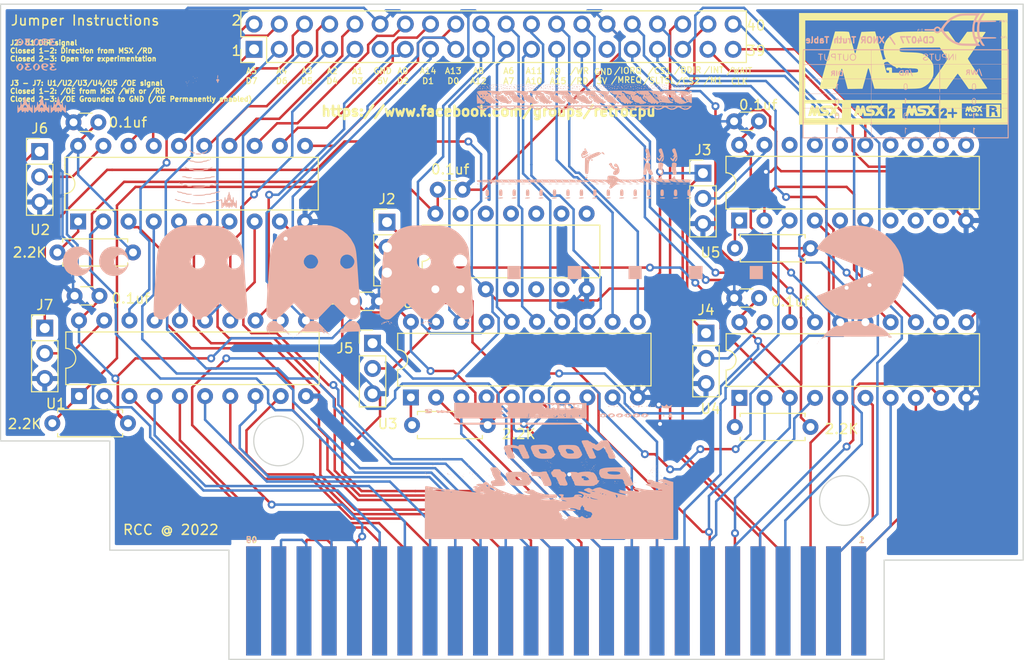
<source format=kicad_pcb>
(kicad_pcb (version 20211014) (generator pcbnew)
  (title_block (title "MSX IDC Adapter") (date "2022-11-15") (rev "1.0") (company "RCC"))
  (layers (0 "F.Cu" signal) (31 "B.Cu" signal) (34 "B.Paste" user) (35 "F.Paste" user) (36 "B.SilkS" user "B.Silkscreen") (37 "F.SilkS" user "F.Silkscreen") (38 "B.Mask" user) (39 "F.Mask" user) (44 "Edge.Cuts" user))
  (net 0 "")
  (net 1 "GNDREF")
  (net 2 "+3.3V")
  (net 3 "{slash}C_CS1")
  (net 4 "{slash}C_CS12")
  (net 5 "{slash}C_SLTSL")
  (net 6 "C_A15")
  (net 7 "{slash}C_IORQ")
  (net 8 "+5V")
  (net 9 "C_A12")
  (net 10 "{slash}C_MREQ")
  (net 11 "C_A11")
  (net 12 "C_A10")
  (net 13 "{slash}C_RD")
  (net 14 "C_A9")
  (net 15 "{slash}C_RESET")
  (net 16 "C_A8")
  (net 17 "C_CLOCK")
  (net 18 "C_D7")
  (net 19 "C_A6")
  (net 20 "C_D6")
  (net 21 "C_D5")
  (net 22 "C_D4")
  (net 23 "C_D3")
  (net 24 "C_D2")
  (net 25 "C_D1")
  (net 26 "C_D0")
  (net 27 "+12V")
  (net 28 "-12V")
  (net 29 "{slash}C_M1")
  (net 30 "{slash}C_RFSH")
  (net 31 "{slash}C_CS2")
  (net 32 "Net-(J2-Pad2)")
  (net 33 "Net-(J3-Pad2)")
  (net 36 "{slash}CS1")
  (net 37 "{slash}CS2")
  (net 38 "{slash}CS12")
  (net 39 "{slash}SLTSL")
  (net 40 "{slash}RFSH")
  (net 41 "{slash}WAIT")
  (net 42 "{slash}INT")
  (net 43 "{slash}M1")
  (net 44 "{slash}BUSDIR")
  (net 45 "{slash}IORQ")
  (net 46 "{slash}MREQ")
  (net 47 "{slash}WR")
  (net 48 "{slash}RD")
  (net 49 "{slash}RESET")
  (net 50 "A9")
  (net 51 "A15")
  (net 52 "A11")
  (net 53 "A10")
  (net 54 "A7")
  (net 55 "A6")
  (net 56 "A12")
  (net 57 "A8")
  (net 58 "A14")
  (net 59 "A13")
  (net 60 "A1")
  (net 61 "A0")
  (net 62 "A3")
  (net 63 "A2")
  (net 64 "A5")
  (net 65 "A4")
  (net 66 "D1")
  (net 67 "D0")
  (net 68 "D3")
  (net 69 "D2")
  (net 70 "D5")
  (net 71 "D4")
  (net 72 "D7")
  (net 73 "D6")
  (net 74 "CLOCK")
  (net 75 "SOUNDIN")
  (net 76 "Net-(R1-Pad2)")
  (net 77 "Net-(R3-Pad2)")
  (net 78 "Net-(R4-Pad2)")
  (net 79 "Net-(R5-Pad2)")
  (net 81 "C_A7")
  (net 82 "C_A5")
  (net 83 "C_A4")
  (net 84 "C_A3")
  (net 85 "C_A2")
  (net 86 "C_A1")
  (net 87 "C_A0")
  (net 88 "C_A14")
  (net 89 "C_A13")
  (net 90 "{slash}C_WR")
  (net 109 "Net-(J3-Pad1)")
  (net 111 "Net-(J4-Pad2)")
  (net 112 "Net-(J5-Pad2)")
  (net 113 "Net-(J6-Pad2)")
  (net 114 "Net-(J7-Pad2)")
  (net 115 "SW1")
  (footprint "Capacitor_THT:C_Disc_D3.0mm_W1.6mm_P2.50mm" (layer "F.Cu") (at 59.396659 49.582291)
    (fp_text reference "C1" hide)
    (fp_text value "0.1uf")
  )
  (footprint "Capacitor_THT:C_Disc_D3.0mm_W1.6mm_P2.50mm" (layer "F.Cu") (at 90.051103 50.130479 180)
    (fp_text reference "C3" hide)
    (fp_text value "0.1uf")
  )
  (footprint "Capacitor_THT:C_Disc_D3.0mm_W1.6mm_P2.50mm" (layer "F.Cu") (at 59.282166 32.103329)
    (fp_text reference "C2" hide)
    (fp_text value "0.1uf")
  )
  (footprint "Connector_PinHeader_2.54mm:PinHeader_1x03_P2.54mm_Vertical" (layer "F.Cu") (at 89.408 54.356)
    (fp_text reference "J5")
    (fp_text value "Conn_01x03_Male" hide)
  )
  (footprint "Connector_PinHeader_2.54mm:PinHeader_2x20_P2.54mm_Vertical" (layer "F.Cu") (at 77.47 24.7475 90)
    (fp_text reference "J1" hide)
    (fp_text value "DE1 GPIO")
  )
  (footprint "Capacitor_THT:C_Disc_D3.0mm_W1.6mm_P2.50mm" (layer "F.Cu") (at 125.825897 31.997953)
    (fp_text reference "C5" hide)
    (fp_text value "0.1uf")
  )
  (footprint "Package_DIP:DIP-20_W7.62mm" (layer "F.Cu") (at 126.340094 41.991078 90)
    (fp_text reference "U5")
    (fp_text value "74LVC245A")
  )
  (footprint "Capacitor_THT:C_Disc_D3.0mm_W1.6mm_P2.50mm" (layer "F.Cu") (at 98.476309 38.890789 180)
    (fp_text reference "C6" hide)
    (fp_text value "0.1uf")
  )
  (footprint "Resistor_THT:R_Axial_DIN0207_L6.3mm_D2.5mm_P7.62mm_Horizontal" (layer "F.Cu") (at 101.008467 62.59801 180)
    (fp_text reference "R4" hide)
    (fp_text value "2.2K")
  )
  (footprint "Connector_PinHeader_2.54mm:PinHeader_1x03_P2.54mm_Vertical" (layer "F.Cu") (at 90.860506 42.164)
    (fp_text reference "J2")
    (fp_text value "Conn_01x03_Male" hide)
  )
  (footprint "Package_DIP:DIP-20_W7.62mm" (layer "F.Cu") (at 93.268761 59.81681 90)
    (fp_text reference "U3")
    (fp_text value "74LVC245A")
  )
  (footprint "Roni Footprints:MSX_CART" (layer "F.Cu") (at 101.6 50.8)
    (fp_text reference "CONN1" hide)
    (fp_text value "MSX_BUS" hide)
    (fp_line (start -26.66 35.4) (end 39.34 35.4) (layer "Edge.Cuts") (width 0.12))
    (fp_line (start -26.66 35.4) (end -26.66 24.4) (layer "Edge.Cuts") (width 0.12))
    (fp_line (start -38.66 13.4) (end -38.66 24.4) (layer "Edge.Cuts") (width 0.12))
    (fp_line (start 39.34 25.4) (end 39.34 35.4) (layer "Edge.Cuts") (width 0.12))
    (fp_line (start 53.34 -30.6) (end -49.66 -30.6) (layer "Edge.Cuts") (width 0.12))
    (fp_line (start 53.34 -30.6) (end 53.34 25.4) (layer "Edge.Cuts") (width 0.12))
    (fp_line (start -38.66 24.4) (end -26.66 24.4) (layer "Edge.Cuts") (width 0.12))
    (fp_line (start -49.66 13.4) (end -38.66 13.4) (layer "Edge.Cuts") (width 0.12))
    (fp_line (start 39.34 25.4) (end 53.34 25.4) (layer "Edge.Cuts") (width 0.12))
    (fp_line (start -49.66 13.4) (end -49.66 -30.6) (layer "Edge.Cuts") (width 0.12))
    (fp_circle (center 35.34 19.4) (end 37.84 19.4) (layer "Edge.Cuts") (width 0.12) (fill none))
    (fp_circle (center -21.66 13.4) (end -19.16 13.4) (layer "Edge.Cuts") (width 0.12) (fill none))
  )
  (footprint "Connector_PinHeader_2.54mm:PinHeader_1x03_P2.54mm_Vertical" (layer "F.Cu") (at 122.689074 37.226609)
    (fp_text reference "J3")
    (fp_text value "Conn_01x03_Male" hide)
  )
  (footprint "Connector_PinHeader_2.54mm:PinHeader_1x03_P2.54mm_Vertical" (layer "F.Cu") (at 122.995848 53.34)
    (fp_text reference "J4")
    (fp_text value "Conn_01x03_Male" hide)
  )
  (footprint "Connector_PinHeader_2.54mm:PinHeader_1x03_P2.54mm_Vertical" (layer "F.Cu") (at 56.388 52.832)
    (fp_text reference "J7")
    (fp_text value "Conn_01x03_Male" hide)
  )
  (footprint "Resistor_THT:R_Axial_DIN0207_L6.3mm_D2.5mm_P7.62mm_Horizontal" (layer "F.Cu") (at 133.528705 44.789838 180)
    (fp_text reference "R5" hide)
    (fp_text value "2.2K")
  )
  (footprint "Resistor_THT:R_Axial_DIN0207_L6.3mm_D2.5mm_P7.62mm_Horizontal" (layer "F.Cu") (at 64.77 62.409914 180)
    (fp_text reference "R2" hide)
    (fp_text value "2.2K")
  )
  (footprint "Package_DIP:DIP-14_W7.62mm" (layer "F.Cu") (at 95.735371 48.920285 90)
    (fp_text reference "U6")
    (fp_text value "4077" hide)
  )
  (footprint "Resistor_THT:R_Axial_DIN0207_L6.3mm_D2.5mm_P7.62mm_Horizontal" (layer "F.Cu") (at 133.519314 62.790942 180)
    (fp_text reference "R3" hide)
    (fp_text value "2.2K")
  )
  (footprint "Package_DIP:DIP-20_W7.62mm" (layer "F.Cu") (at 59.838625 59.68 90)
    (fp_text reference "U1")
    (fp_text value "74LVC245A")
  )
  (footprint "Package_DIP:DIP-20_W7.62mm" (layer "F.Cu") (at 59.751269 42.09075 90)
    (fp_text reference "U2")
    (fp_text value "74LVC245A")
  )
  (footprint "Resistor_THT:R_Axial_DIN0207_L6.3mm_D2.5mm_P7.62mm_Horizontal" (layer "F.Cu") (at 65.278 45.212 180)
    (fp_text reference "R1" hide)
    (fp_text value "2.2K")
  )
  (footprint "Capacitor_THT:C_Disc_D3.0mm_W1.6mm_P2.50mm" (layer "F.Cu") (at 125.844258 49.804272)
    (fp_text reference "C4" hide)
    (fp_text value "0.1uf")
  )
  (footprint "LOGO" (layer "F.Cu") (at 142.855855 26.692751)
    (fp_text reference "G***")
    (fp_text value "LOGO" hide)
  )
  (footprint "Connector_PinHeader_2.54mm:PinHeader_1x03_P2.54mm_Vertical" (layer "F.Cu") (at 55.88 35.052)
    (fp_text reference "J6")
    (fp_text value "Conn_01x03_Male" hide)
  )
  (footprint "Package_DIP:DIP-20_W7.62mm" (layer "F.Cu") (at 126.356514 59.858244 90)
    (fp_text reference "U4")
    (fp_text value "74LVC245A")
  )
  (footprint "LOGO" (layer "B.Cu") (at 66.04 32.004 180)
    (fp_text reference "G***" hide)
    (fp_text value "LOGO" hide)
  )
  (footprint "LOGO" (layer "B.Cu") (at 143.07082 27.37831 180)
    (fp_text reference "CD4077 / XNOR Truth Table")
    (fp_text value "LOGO" hide)
  )
  (footprint "LOGO" (layer "B.Cu") (at 107.188 67.056 180)
    (fp_text reference "G***" hide)
    (fp_text value "LOGO" hide)
  )
  (footprint "LOGO" (layer "B.Cu") (at 99.568 51.816 180)
    (fp_text reference "G***" hide)
    (fp_text value "LOGO" hide)
  )
  (footprint "LOGO" (layer "B.Cu") (at 110.744 34.036 180)
    (fp_text reference "G***" hide)
    (fp_text value "LOGO" hide)
  )
  (gr_text "1" (at 138.684 74.168) (layer "B.SilkS") (effects (font (size 0.6 0.6) (thickness 0.11)) (justify mirror)))
  (gr_text "49" (at 77.216 74.168) (layer "B.SilkS") (effects (font (size 0.6 0.6) (thickness 0.11)) (justify mirror)))
  (gr_text "2" (at 75.692 21.844) (layer "F.SilkS") (effects (font (size 1 1))))
  (gr_text "https://www.facebook.com/groups/retrocpu" (at 101.092 30.988) (layer "F.SilkS") (effects (font (size 1 1) (thickness 0.25))))
  (gr_text "/CS2" (at 121.186551 27.937339) (layer "F.SilkS") (effects (font (size 0.6 0.6) (thickness 0.11))))
  (gr_text "D5" (at 82.804 27.94) (layer "F.SilkS") (effects (font (size 0.6 0.6) (thickness 0.11))))
  (gr_text "A11" (at 105.664 26.924) (layer "F.SilkS") (effects (font (size 0.6 0.6) (thickness 0.11))))
  (gr_text "GND" (at 90.424 26.924) (layer "F.SilkS") (effects (font (size 0.6 0.6) (thickness 0.11))))
  (gr_text "A7" (at 103.124 27.94) (layer "F.SilkS") (effects (font (size 0.6 0.6) (thickness 0.11))))
  (gr_text "39" (at 128.016 24.892) (layer "F.SilkS") (effects (font (size 1 1))))
  (gr_text "D2" (at 92.456 27.94) (layer "F.SilkS") (effects (font (size 0.6 0.6) (thickness 0.11))))
  (gr_text "/IORQ" (at 115.127399 26.899251) (layer "F.SilkS") (effects (font (size 0.6 0.6) (thickness 0.11))))
  (gr_text "A0" (at 92.456 26.924) (layer "F.SilkS") (effects (font (size 0.6 0.6) (thickness 0.11))))
  (gr_text "Jumper Instructions" (at 60.452 21.844) (layer "F.SilkS") (effects (font (size 1 1))))
  (gr_text "/SLTSL" (at 118.26407 27.886067) (layer "F.SilkS") (effects (font (size 0.6 0.6) (thickness 0.11))))
  (gr_text "A3" (at 82.804 26.924) (layer "F.SilkS") (effects (font (size 0.6 0.6) (thickness 0.11))))
  (gr_text "/CS1" (at 118.315341 26.911907) (layer "F.SilkS") (effects (font (size 0.6 0.6) (thickness 0.11))))
  (gr_text "5V" (at 90.424 27.94) (layer "F.SilkS") (effects (font (size 0.6 0.6) (thickness 0.11))))
  (gr_text "D3" (at 87.884 27.94) (layer "F.SilkS") (effects (font (size 0.6 0.6) (thickness 0.11))))
  (gr_text "A12" (at 100.076 27.94) (layer "F.SilkS") (effects (font (size 0.6 0.6) (thickness 0.11))))
  (gr_text "CLK" (at 126.364983 27.988611) (layer "F.SilkS") (effects (font (size 0.6 0.6) (thickness 0.11))))
  (gr_text "A13" (at 97.536 26.924) (layer "F.SilkS") (effects (font (size 0.6 0.6) (thickness 0.11))))
  (gr_text "A2" (at 85.344 26.924) (layer "F.SilkS") (effects (font (size 0.6 0.6) (thickness 0.11))))
  (gr_text "A15" (at 108.09674 27.937057) (layer "F.SilkS") (effects (font (size 0.6 0.6) (thickness 0.11))))
  (gr_text "J2: U1 DIR signal\nClosed 1-2: Direction from MSX /RD\nClosed 2-3: Open for experimentation" (at 52.832 24.892) (layer "F.SilkS") (effects (font (size 0.5 0.5) (thickness 0.125)) (justify left)))
  (gr_text "/BDIR" (at 121.160916 26.834999) (layer "F.SilkS") (effects (font (size 0.6 0.6) (thickness 0.11))))
  (gr_text "D1" (at 94.996 27.94) (layer "F.SilkS") (effects (font (size 0.6 0.6) (thickness 0.11))))
  (gr_text "1" (at 75.692 24.892) (layer "F.SilkS") (effects (font (size 1 1))))
  (gr_text "40" (at 128.016 22.352) (layer "F.SilkS") (effects (font (size 1 1))))
  (gr_text "A9" (at 107.823292 26.997078) (layer "F.SilkS") (effects (font (size 0.6 0.6) (thickness 0.11))))
  (gr_text "D4" (at 85.344 27.94) (layer "F.SilkS") (effects (font (size 0.6 0.6) (thickness 0.11))))
  (gr_text "A6" (at 103.124 26.924) (layer "F.SilkS") (effects (font (size 0.6 0.6) (thickness 0.11))))
  (gr_text "A1" (at 87.884 26.924) (layer "F.SilkS") (effects (font (size 0.6 0.6) (thickness 0.11))))
  (gr_text "A8" (at 100.076 26.924) (layer "F.SilkS") (effects (font (size 0.6 0.6) (thickness 0.11))))
  (gr_text "GND" (at 112.649829 27.01445) (layer "F.SilkS") (effects (font (size 0.6 0.6) (thickness 0.11))))
  (gr_text "/MREQ" (at 114.982687 27.834796) (layer "F.SilkS") (effects (font (size 0.6 0.6) (thickness 0.11))))
  (gr_text "D0" (at 97.536 27.94) (layer "F.SilkS") (effects (font (size 0.6 0.6) (thickness 0.11))))
  (gr_text "/RD" (at 110.233057 27.937057) (layer "F.SilkS") (effects (font (size 0.6 0.6) (thickness 0.11))))
  (gr_text "A10" (at 105.664 27.94) (layer "F.SilkS") (effects (font (size 0.6 0.6) (thickness 0.11))))
  (gr_text "50" (at 77.216 74.168) (layer "F.SilkS") (effects (font (size 0.6 0.6) (thickness 0.11))))
  (gr_text "J3 - J7: U1/U2/U3/U4/U5 /OE signal\nClosed 1-2: /OE from MSX /WR or /RD\nClosed 2-3: /OE Grounded to GND (/OE Permanently enabled)" (at 52.832 28.956) (layer "F.SilkS") (effects (font (size 0.5 0.5) (thickness 0.125)) (justify left)))
  (gr_text "A14" (at 94.996 26.924) (layer "F.SilkS") (effects (font (size 0.6 0.6) (thickness 0.11))))
  (gr_text "A4" (at 80.264 26.924) (layer "F.SilkS") (effects (font (size 0.6 0.6) (thickness 0.11))))
  (gr_text "2" (at 138.684 74.168) (layer "F.SilkS") (effects (font (size 0.6 0.6) (thickness 0.11))))
  (gr_text "/WR" (at 110.236 26.924) (layer "F.SilkS") (effects (font (size 0.6 0.6) (thickness 0.11))))
  (gr_text "/M1" (at 123.724496 27.886067) (layer "F.SilkS") (effects (font (size 0.6 0.6) (thickness 0.11))))
  (gr_text "D6" (at 80.264 27.94) (layer "F.SilkS") (effects (font (size 0.6 0.6) (thickness 0.11))))
  (gr_text "/WAIT" (at 126.364983 26.911907) (layer "F.SilkS") (effects (font (size 0.6 0.6) (thickness 0.11))))
  (gr_text "3V" (at 112.496014 27.937339) (layer "F.SilkS") (effects (font (size 0.6 0.6) (thickness 0.11))))
  (gr_text "/INT" (at 123.775767 26.834999) (layer "F.SilkS") (effects (font (size 0.6 0.6) (thickness 0.11))))
  (gr_text "RCC @ 2022" (at 69.088 73.152) (layer "F.SilkS") (effects (font (size 1 1))))
  (gr_text "A5" (at 77.216 26.924) (layer "F.SilkS") (effects (font (size 0.6 0.6) (thickness 0.11))))
  (gr_text "D7" (at 77.216 27.94) (layer "F.SilkS") (effects (font (size 0.6 0.6) (thickness 0.11))))
  (segment (start 129.032 37.084) (end 129.54 37.084) (width 0.25) (layer "F.Cu") (net 1))
  (segment (start 87.376 64.516) (end 90.162925 61.729075) (width 0.25) (layer "F.Cu") (net 1))
  (segment (start 118.364 60.660891) (end 118.239558 60.536449) (width 0.25) (layer "F.Cu") (net 1))
  (segment (start 100.548412 38.890789) (end 114.3 25.139201) (width 0.25) (layer "F.Cu") (net 1))
  (segment (start 114.3 25.139201) (end 114.3 23.4775) (width 0.25) (layer "F.Cu") (net 1))
  (segment (start 104.648 62.484) (end 109.22 67.056) (width 0.25) (layer "F.Cu") (net 1))
  (segment (start 114.3 23.4775) (end 113.03 22.2075) (width 0.25) (layer "F.Cu") (net 1))
  (segment (start 149.200094 41.991078) (end 144.235016 37.026) (width 0.25) (layer "F.Cu") (net 1))
  (segment (start 144.235016 37.026) (end 130.556 37.026) (width 0.25) (layer "F.Cu") (net 1))
  (segment (start 130.048 33.02) (end 129.54 32.512) (width 0.25) (layer "F.Cu") (net 1))
  (segment (start 130.048 36.518) (end 130.048 34.036) (width 0.25) (layer "F.Cu") (net 1))
  (segment (start 129.450897 31.531962) (end 128.791888 30.872953) (width 0.25) (layer "F.Cu") (net 1))
  (segment (start 90.162925 59.436) (end 90.162925 61.729075) (width 0.25) (layer "F.Cu") (net 1))
  (segment (start 129.54 37.084) (end 130.077 36.547) (width 0.25) (layer "F.Cu") (net 1))
  (segment (start 109.22 67.056) (end 109.22 67.564) (width 0.25) (layer "F.Cu") (net 1))
  (segment (start 98.476309 38.890789) (end 100.548412 38.890789) (width 0.25) (layer "F.Cu") (net 1))
  (segment (start 118.364 62.484) (end 118.364 60.660891) (width 0.25) (layer "F.Cu") (net 1))
  (segment (start 130.077 36.547) (end 130.048 36.518) (width 0.25) (layer "F.Cu") (net 1))
  (segment (start 130.556 37.026) (end 130.077 36.547) (width 0.25) (layer "F.Cu") (net 1))
  (segment (start 130.048 34.036) (end 130.048 33.02) (width 0.25) (layer "F.Cu") (net 1))
  (segment (start 128.791888 30.872953) (end 126.950897 30.872953) (width 0.25) (layer "F.Cu") (net 1))
  (segment (start 129.450897 32.463944) (end 129.450897 31.531962) (width 0.25) (layer "F.Cu") (net 1))
  (segment (start 126.950897 30.872953) (end 125.825897 31.997953) (width 0.25) (layer "F.Cu") (net 1))
  (via (at 129.032 37.084) (size 0.8) (drill 0.4) (layers "F.Cu" "B.Cu") (net 1))
  (via (at 109.22 67.564) (size 0.8) (drill 0.4) (layers "F.Cu" "B.Cu") (net 1))
  (via (at 118.239558 60.536449) (size 0.8) (drill 0.4) (layers "F.Cu" "B.Cu") (net 1))
  (via (at 87.376 64.516) (size 0.8) (drill 0.4) (layers "F.Cu" "B.Cu") (net 1))
  (via (at 104.648 62.484) (size 0.8) (drill 0.4) (layers "F.Cu" "B.Cu") (net 1))
  (via (at 118.364 62.484) (size 0.8) (drill 0.4) (layers "F.Cu" "B.Cu") (net 1))
  (segment (start 119.888 56.057571) (end 119.888 51.816) (width 0.25) (layer "B.Cu") (net 1))
  (segment (start 58.42 50.55895) (end 58.42 55.012436) (width 0.25) (layer "B.Cu") (net 1))
  (segment (start 117.519919 59.81681) (end 118.239558 60.536449) (width 0.25) (layer "B.Cu") (net 1))
  (segment (start 111.855 21.0325) (end 113.03 22.2075) (width 0.25) (layer "B.Cu") (net 1))
  (segment (start 82.698625 59.68) (end 83.999638 59.68) (width 0.25) (layer "B.Cu") (net 1))
  (segment (start 104.648 58.928) (end 109.943976 53.632024) (width 0.25) (layer "B.Cu") (net 1))
  (segment (start 58.42 55.012436) (end 60.123782 56.716218) (width 0.25) (layer "B.Cu") (net 1))
  (segment (start 85.344 74.168) (end 85.269749 74.242251) (width 0.25) (layer "B.Cu") (net 1))
  (segment (start 90.051103 50.130479) (end 90.051103 48.158866) (width 0.25) (layer "B.Cu") (net 1))
  (segment (start 120.295056 32.004) (end 125.81985 32.004) (width 0.25) (layer "B.Cu") (net 1))
  (segment (start 98.5025 21.0325) (end 91.345 21.0325) (width 0.25) (layer "B.Cu") (net 1))
  (segment (start 59.396659 49.582291) (end 59.24 49.425632) (width 0.25) (layer "B.Cu") (net 1))
  (segment (start 119.888 51.816) (end 120.904 50.8) (width 0.25) (layer "B.Cu") (net 1))
  (segment (start 55.88 40.132) (end 57.404 40.132) (width 0.25) (layer "B.Cu") (net 1))
  (segment (start 87.809749 80.509983) (end 87.809749 74.601749) (width 0.25) (layer "B.Cu") (net 1))
  (segment (start 61.253625 61.253625) (end 61.253625 57.846062) (width 0.25) (layer "B.Cu") (net 1))
  (segment (start 87.809749 74.601749) (end 87.376 74.168) (width 0.25) (layer "B.Cu") (net 1))
  (segment (start 61.253625 57.846062) (end 60.223967 56.816403) (width 0.25) (layer "B.Cu") (net 1))
  (segment (start 149.216514 59.858244) (end 150.341514 58.733244) (width 0.25) (layer "B.Cu") (net 1))
  (segment (start 59.282166 32.103329) (end 57.912 33.473495) (width 0.25) (layer "B.Cu") (net 1))
  (segment (start 99.06 25.4) (end 99.06 21.59) (width 0.25) (layer "B.Cu") (net 1))
  (segment (start 88.533557 20.571057) (end 70.814438 20.571057) (width 0.25) (layer "B.Cu") (net 1))
  (segment (start 70.814438 20.571057) (end 59.282166 32.103329) (width 0.25) (layer "B.Cu") (net 1))
  (segment (start 85.269749 74.242251) (end 85.269749 80.509983) (width 0.25) (layer "B.Cu") (net 1))
  (segment (start 98.5025 21.0325) (end 111.855 21.0325) (width 0.25) (layer "B.Cu") (net 1))
  (segment (start 109.923761 53.61181) (end 109.923761 49.971895) (width 0.25) (layer "B.Cu") (net 1))
  (segment (start 87.884 57.157075) (end 90.162925 59.436) (width 0.25) (layer "B.Cu") (net 1))
  (segment (start 117.525571 58.42) (end 116.128761 59.81681) (width 0.25) (layer "B.Cu") (net 1))
  (segment (start 104.648 62.484) (end 104.648 58.928) (width 0.25) (layer "B.Cu") (net 1))
  (segment (start 59.396659 49.582291) (end 58.42 50.55895) (width 0.25) (layer "B.Cu") (net 1))
  (segment (start 114.304278 23.481778) (end 114.304278 26.013222) (width 0.25) (layer "B.Cu") (net 1))
  (segment (start 85.042025 75.564405) (end 81.86762 72.39) (width 0.25) (layer "B.Cu") (net 1))
  (segment (start 83.999638 59.68) (end 84.764011 60.444373) (width 0.25) (layer "B.Cu") (net 1))
  (segment (start 90.051103 50.130479) (end 90.051103 50.664897) (width 0.25) (layer "B.Cu") (net 1))
  (segment (start 122.995848 58.42) (end 117.525571 58.42) (width 0.25) (layer "B.Cu") (net 1))
  (segment (start 120.904 50.8) (end 125.14557 50.8) (width 0.25) (layer "B.Cu") (net 1))
  (segment (start 87.884 52.297582) (end 87.884 57.157075) (width 0.25) (layer "B.Cu") (net 1))
  (segment (start 82.611269 42.09075) (end 83.982987 42.09075) (width 0.25) (layer "B.Cu") (net 1))
  (segment (start 109.943976 53.632024) (end 109.923761 53.61181) (width 0.25) (layer "B.Cu") (net 1))
  (segment (start 87.376 74.168) (end 85.344 74.168) (width 0.25) (layer "B.Cu") (net 1))
  (segment (start 58.928 57.912) (end 60.123782 56.716218) (width 0.25) (layer "B.Cu") (net 1))
  (segment (start 109.923761 49.971895) (end 110.975371 48.920285) (width 0.25) (layer "B.Cu") (net 1))
  (segment (start 81.86762 72.39) (end 72.39 72.39) (width 0.25) (layer "B.Cu") (net 1))
  (segment (start 57.912 36.822652) (end 58.176269 37.086921) (width 0.25) (layer "B.Cu") (net 1))
  (segment (start 116.128761 59.81681) (end 119.888 56.057571) (width 0.25) (layer "B.Cu") (net 1))
  (segment (start 99.06 21.59) (end 98.5025 21.0325) (width 0.25) (layer "B.Cu") (net 1))
  (segment (start 90.17 22.2075) (end 88.533557 20.571057) (width 0.25) (layer "B.Cu") (net 1))
  (segment (start 56.388 57.912) (end 58.928 57.912) (width 0.25) (layer "B.Cu") (net 1))
  (segment (start 59.24 44.636396) (end 58.176269 43.572665) (width 0.25) (layer "B.Cu") (net 1))
  (segment (start 116.128761 59.81681) (end 117.519919 59.81681) (width 0.25) (layer "B.Cu") (net 1))
  (segment (start 122.689074 42.306609) (end 122.689074 43.949074) (width 0.25) (layer "B.Cu") (net 1))
  (segment (start 58.176269 43.572665) (end 58.176269 39.593112) (width 0.25) (layer "B.Cu") (net 1))
  (segment (start 90.051103 48.158866) (end 84.685516 42.793279) (width 0.25) (layer "B.Cu") (net 1))
  (segment (start 122.689074 43.949074) (end 125.844258 47.104258) (width 0.25) (layer "B.Cu") (net 1))
  (segment (start 59.24 49.425632) (end 59.24 44.636396) (width 0.25) (layer "B.Cu") (net 1))
  (segment (start 116.128761 59.81681) (end 109.943976 53.632024) (width 0.25) (layer "B.Cu") (net 1))
  (segment (start 150.341514 58.733244) (end 150.341514 43.132498) (width 0.25) (layer "B.Cu") (net 1))
  (segment (start 57.404 40.132) (end 58.176269 39.359731) (width 0.25) (layer "B.Cu") (net 1))
  (segment (start 90.051103 50.130479) (end 87.884 52.297582) (width 0.25) (layer "B.Cu") (net 1))
  (segment (start 84.764011 60.444373) (end 84.764011 61.904011) (width 0.25) (layer "B.Cu") (net 1))
  (segment (start 85.042025 80.314405) (end 85.042025 75.564405) (width 0.25) (layer "B.Cu") (net 1))
  (segment (start 60.123782 56.716218) (end 60.223967 56.816403) (width 0.25) (layer "B.Cu") (net 1))
  (segment (start 72.39 72.39) (end 61.253625 61.253625) (width 0.25) (layer "B.Cu") (net 1))
  (segment (start 125.844258 47.104258) (end 125.844258 49.804272) (width 0.25) (layer "B.Cu") (net 1))
  (segment (start 57.912 33.473495) (end 57.912 36.822652) (width 0.25) (layer "B.Cu") (net 1))
  (segment (start 82.611269 41.848731) (end 99.06 25.4) (width 0.25) (layer "B.Cu") (net 1))
  (segment (start 91.345 21.0325) (end 90.17 22.2075) (width 0.25) (layer "B.Cu") (net 1))
  (segment (start 125.14557 50.8) (end 125.844258 50.101312) (width 0.25) (layer "B.Cu") (net 1))
  (segment (start 83.982987 42.09075) (end 84.685516 42.793279) (width 0.25) (layer "B.Cu") (net 1))
  (segment (start 84.764011 61.904011) (end 87.376 64.516) (width 0.25) (layer "B.Cu") (net 1))
  (segment (start 58.133317 39.55016) (end 58.176269 39.593112) (width 0.25) (layer "B.Cu") (net 1))
  (segment (start 58.176269 39.359731) (end 58.176269 39.593112) (width 0.25) (layer "B.Cu") (net 1))
  (segment (start 150.341514 43.132498) (end 149.200094 41.991078) (width 0.25) (layer "B.Cu") (net 1))
  (segment (start 58.176269 37.086921) (end 58.176269 39.359731) (width 0.25) (layer "B.Cu") (net 1))
  (segment (start 113.03 22.2075) (end 114.304278 23.481778) (width 0.25) (layer "B.Cu") (net 1))
  (segment (start 114.304278 26.013222) (end 120.295056 32.004) (width 0.25) (layer "B.Cu") (net 1))
  (segment (start 125.81985 32.004) (end 125.825897 31.997953) (width 0.25) (layer "B.Cu") (net 1))
  (segment (start 125.844258 50.101312) (end 125.844258 49.804272) (width 0.25) (layer "B.Cu") (net 1))
  (segment (start 102.013761 59.530239) (end 102.013761 61.592716) (width 0.25) (layer "F.Cu") (net 2))
  (segment (start 63.751641 61.391555) (end 64.77 62.409914) (width 0.25) (layer "F.Cu") (net 2))
  (segment (start 132.588 51.816) (end 132.588 58.416758) (width 0.25) (layer "F.Cu") (net 2))
  (segment (start 97.562942 57.15) (end 95.25 57.15) (width 0.25) (layer "F.Cu") (net 2))
  (segment (start 128.245135 54.126865) (end 126.356514 52.238244) (width 0.25) (layer "F.Cu") (net 2))
  (segment (start 127.508 42.672) (end 128.19432 43.35832) (width 0.25) (layer "F.Cu") (net 2))
  (segment (start 132.561514 58.443244) (end 128.245135 54.126865) (width 0.25) (layer "F.Cu") (net 2))
  (segment (start 126.340094 33.983756) (end 126.340094 34.371078) (width 0.25) (layer "F.Cu") (net 2))
  (segment (start 65.532 55.88) (end 63.751641 57.660359) (width 0.25) (layer "F.Cu") (net 2))
  (segment (start 128.344258 49.804272) (end 126.356514 51.792016) (width 0.25) (layer "F.Cu") (net 2))
  (segment (start 63.751641 61.523987) (end 64.637568 62.409914) (width 0.25) (layer "F.Cu") (net 2))
  (segment (start 104.14 57.404) (end 102.013761 59.530239) (width 0.25) (layer "F.Cu") (net 2))
  (segment (start 99.763761 61.353304) (end 99.763761 59.577929) (width 0.25) (layer "F.Cu") (net 2))
  (segment (start 130.089435 44.789838) (end 133.528705 44.789838) (width 0.25) (layer "F.Cu") (net 2))
  (segment (start 128.19432 43.35832) (end 128.657917 43.35832) (width 0.25) (layer "F.Cu") (net 2))
  (segment (start 102.013761 61.592716) (end 101.008467 62.59801) (width 0.25) (layer "F.Cu") (net 2))
  (segment (start 59.838625 52.06) (end 61.896659 50.001966) (width 0.25) (layer "F.Cu") (net 2))
  (segment (start 132.561514 45.757029) (end 132.561514 51.789514) (width 0.25) (layer "F.Cu") (net 2))
  (segment (start 132.561514 51.789514) (end 132.588 51.816) (width 0.25) (layer "F.Cu") (net 2))
  (segment (start 126.356514 51.792016) (end 126.356514 52.238244) (width 0.25) (layer "F.Cu") (net 2))
  (segment (start 101.008467 62.59801) (end 99.763761 61.353304) (width 0.25) (layer "F.Cu") (net 2))
  (segment (start 95.976309 41.059347) (end 95.735371 41.300285) (width 0.25) (layer "F.Cu") (net 2))
  (segment (start 128.325897 31.997953) (end 126.340094 33.983756) (width 0.25) (layer "F.Cu") (net 2))
  (segment (start 61.145207 41.333207) (end 64.378414 38.1) (width 0.25) (layer "F.Cu") (net 2))
  (segment (start 132.561514 61.833142) (end 132.561514 58.443244) (width 0.25) (layer "F.Cu") (net 2))
  (segment (start 61.896659 50.001966) (end 61.896659 49.582291) (width 0.25) (layer "F.Cu") (net 2))
  (segment (start 87.551103 50.130479) (end 88.676103 51.255479) (width 0.25) (layer "F.Cu") (net 2))
  (segment (start 132.588 58.416758) (end 132.561514 58.443244) (width 0.25) (layer "F.Cu") (net 2))
  (segment (start 133.528705 44.789838) (end 132.561514 45.757029) (width 0.25) (layer "F.Cu") (net 2))
  (segment (start 92.535086 38.1) (end 64.516 38.1) (width 0.25) (layer "F.Cu") (net 2))
  (segment (start 99.763761 59.577929) (end 99.763761 59.350819) (width 0.25) (layer "F.Cu") (net 2))
  (segment (start 99.763761 59.350819) (end 97.562942 57.15) (width 0.25) (layer "F.Cu") (net 2))
  (segment (start 64.637568 62.409914) (end 64.77 62.409914) (width 0.25) (layer "F.Cu") (net 2))
  (segment (start 63.751641 57.660359) (end 63.751641 61.523987) (width 0.25) (layer "F.Cu") (net 2))
  (segment (start 88.676103 51.255479) (end 92.32743 51.255479) (width 0.25) (layer "F.Cu") (net 2))
  (segment (start 127.508 35.538984) (end 127.508 42.672) (width 0.25) (layer "F.Cu") (net 2))
  (segment (start 95.976309 38.890789) (end 95.976309 41.059347) (width 0.25) (layer "F.Cu") (net 2))
  (segment (start 73.152 55.88) (end 65.532 55.88) (width 0.25) (layer "F.Cu") (net 2))
  (segment (start 63.5 57.912) (end 63.751641 58.163641) (width 0.25) (layer "F.Cu") (net 2))
  (segment (start 95.735371 41.300285) (end 92.535086 38.1) (width 0.25) (layer "F.Cu") (net 2))
  (segment (start 61.782166 32.103329) (end 59.751269 34.134226) (width 0.25) (layer "F.Cu") (net 2))
  (segment (start 108.204 57.404) (end 104.14 57.404) (width 0.25) (layer "F.Cu") (net 2))
  (segment (start 133.519314 62.790942) (end 132.561514 61.833142) (width 0.25) (layer "F.Cu") (net 2))
  (segment (start 64.378414 38.1) (end 64.516 38.1) (width 0.25) (layer "F.Cu") (net 2))
  (segment (start 92.32743 51.255479) (end 93.268761 52.19681) (width 0.25) (layer "F.Cu") (net 2))
  (segment (start 61.145207 48.830839) (end 61.145207 41.333207) (width 0.25) (layer "F.Cu") (net 2))
  (segment (start 61.896659 49.582291) (end 61.145207 48.830839) (width 0.25) (layer "F.Cu") (net 2))
  (segment (start 128.657917 43.35832) (end 130.089435 44.789838) (width 0.25) (layer "F.Cu") (net 2))
  (segment (start 63.751641 58.163641) (end 63.751641 61.391555) (width 0.25) (layer "F.Cu") (net 2))
  (segment (start 126.340094 34.371078) (end 127.508 35.538984) (width 0.25) (layer "F.Cu") (net 2))
  (via (at 63.5 57.912) (size 0.8) (drill 0.4) (layers "F.Cu" "B.Cu") (net 2))
  (via (at 73.152 55.88) (size 0.8) (drill 0.4) (layers "F.Cu" "B.Cu") (net 2))
  (via (at 95.25 57.15) (size 0.8) (drill 0.4) (layers "F.Cu" "B.Cu") (net 2))
  (via (at 108.204 57.404) (size 0.8) (drill 0.4) (layers "F.Cu" "B.Cu") (net 2))
  (via (at 128.245135 54.126865) (size 0.8) (drill 0.4) (layers "F.Cu" "B.Cu") (net 2))
  (segment (start 59.751269 34.47075) (end 58.626269 35.59575) (width 0.25) (layer "B.Cu") (net 2))
  (segment (start 112.776 57.404) (end 114.808 59.436) (width 0.25) (layer "B.Cu") (net 2))
  (segment (start 59.69 44.45) (end 59.69 47.375632) (width 0.25) (layer "B.Cu") (net 2))
  (segment (start 114.808 59.436) (end 114.808 60.399653) (width 0.25) (layer "B.Cu") (net 2))
  (segment (start 114.808 60.399653) (end 115.824 61.415653) (width 0.25) (layer "B.Cu") (net 2))
  (segment (start 128.245135 54.937343) (end 128.245135 54.126865) (width 0.25) (layer "B.Cu") (net 2))
  (segment (start 85.344 53.848) (end 87.551103 51.640897) (width 0.25) (layer "B.Cu") (net 2))
  (segment (start 124.46 58.722478) (end 128.245135 54.937343) (width 0.25) (layer "B.Cu") (net 2))
  (segment (start 122.480347 61.415653) (end 124.46 59.436) (width 0.25) (layer "B.Cu") (net 2))
  (segment (start 93.268761 55.168761) (end 95.25 57.15) (width 0.25) (layer "B.Cu") (net 2))
  (segment (start 87.551103 51.640897) (end 87.551103 50.130479) (width 0.25) (layer "B.Cu") (net 2))
  (segment (start 108.204 57.404) (end 112.776 57.404) (width 0.25) (layer "B.Cu") (net 2))
  (segment (start 115.824 61.415653) (end 122.480347 61.415653) (width 0.25) (layer "B.Cu") (net 2))
  (segment (start 65.278 45.212) (end 63.5 43.434) (width 0.25) (layer "B.Cu") (net 2))
  (segment (start 59.838625 54.250625) (end 63.5 57.912) (width 0.25) (layer "B.Cu") (net 2))
  (segment (start 58.626269 43.386269) (end 59.69 44.45) (width 0.25) (layer "B.Cu") (net 2))
  (segment (start 73.152 55.88) (end 75.184 53.848) (width 0.25) (layer "B.Cu") (net 2))
  (segment (start 75.184 53.848) (end 85.344 53.848) (width 0.25) (layer "B.Cu") (net 2))
  (segment (start 93.268761 52.19681) (end 93.268761 55.168761) (width 0.25) (layer "B.Cu") (net 2))
  (segment (start 124.46 59.436) (end 124.46 58.722478) (width 0.25) (layer "B.Cu") (net 2))
  (segment (start 59.69 47.375632) (end 61.896659 49.582291) (width 0.25) (layer "B.Cu") (net 2))
  (segment (start 59.751269 37.399269) (end 59.751269 34.47075) (width 0.25) (layer "B.Cu") (net 2))
  (segment (start 58.626269 35.59575) (end 58.626269 43.386269) (width 0.25) (layer "B.Cu") (net 2))
  (segment (start 63.5 41.148) (end 59.751269 37.399269) (width 0.25) (layer "B.Cu") (net 2))
  (segment (start 59.838625 52.06) (end 59.838625 54.250625) (width 0.25) (layer "B.Cu") (net 2))
  (segment (start 63.5 43.434) (end 63.5 41.148) (width 0.25) (layer "B.Cu") (net 2))
  (segment (start 141.732 49.83373) (end 144.136514 52.238244) (width 0.25) (layer "F.Cu") (net 3))
  (segment (start 137.16 47.244) (end 139.7 49.784) (width 0.25) (layer "F.Cu") (net 3))
  (segment (start 141.732 49.784) (end 141.732 49.83373) (width 0.25) (layer "F.Cu") (net 3))
  (segment (start 139.7 49.784) (end 141.732 49.784) (width 0.25) (layer "F.Cu") (net 3))
  (via (at 137.16 47.244) (size 0.8) (drill 0.4) (layers "F.Cu" "B.Cu") (net 3))
  (segment (start 130.926817 27.432) (end 121.345942 27.432) (width 0.25) (layer "B.Cu") (net 3))
  (segment (start 121.345942 27.432) (end 119.285 25.371058) (width 0.25) (layer "B.Cu") (net 3))
  (segment (start 135.128 31.633183) (end 130.926817 27.432) (width 0.25) (layer "B.Cu") (net 3))
  (segment (start 119.285 23.3825) (end 118.11 22.2075) (width 0.25) (layer "B.Cu") (net 3))
  (segment (start 119.285 25.371058) (end 119.285 23.3825) (width 0.25) (layer "B.Cu") (net 3))
  (segment (start 135.128 45.212) (end 135.128 31.633183) (width 0.25) (layer "B.Cu") (net 3))
  (segment (start 137.16 47.244) (end 135.128 45.212) (width 0.25) (layer "B.Cu") (net 3))
  (segment (start 137.16 48.768) (end 138.684 50.292) (width 0.25) (layer "F.Cu") (net 5))
  (segment (start 139.65027 50.292) (end 141.596514 52.238244) (width 0.25) (layer "F.Cu") (net 5))
  (segment (start 138.684 50.292) (end 139.65027 50.292) (width 0.25) (layer "F.Cu") (net 5))
  (via (at 137.16 48.768) (size 0.8) (drill 0.4) (layers "F.Cu" "B.Cu") (net 5))
  (segment (start 120.100419 27.94) (end 118.11 25.949581) (width 0.25) (layer "B.Cu") (net 5))
  (segment (start 134.62 46.228) (end 133.078909 46.228) (width 0.25) (layer "B.Cu") (net 5))
  (segment (start 132.403705 45.552796) (end 132.403705 43.666236) (width 0.25) (layer "B.Cu") (net 5))
  (segment (start 137.16 48.768) (end 134.62 46.228) (width 0.25) (layer "B.Cu") (net 5))
  (segment (start 132.588 31.496) (end 129.032 27.94) (width 0.25) (layer "B.Cu") (net 5))
  (segment (start 129.032 27.94) (end 120.100419 27.94) (width 0.25) (layer "B.Cu") (net 5))
  (segment (start 118.11 25.949581) (end 118.11 24.7475) (width 0.25) (layer "B.Cu") (net 5))
  (segment (start 133.078909 46.228) (end 132.403705 45.552796) (width 0.25) (layer "B.Cu") (net 5))
  (segment (start 132.588 43.481941) (end 132.588 31.496) (width 0.25) (layer "B.Cu") (net 5))
  (segment (start 132.403705 43.666236) (end 132.588 43.481941) (width 0.25) (layer "B.Cu") (net 5))
  (segment (start 109.696305 37.637056) (end 107.95 35.890751) (width 0.25) (layer "B.Cu") (net 6))
  (segment (start 113.588761 52.19681) (end 113.588761 41.201553) (width 0.25) (layer "B.Cu") (net 6))
  (segment (start 107.95 35.890751) (end 107.95 24.7475) (width 0.25) (layer "B.Cu") (net 6))
  (segment (start 113.588761 41.201553) (end 110.024264 37.637056) (width 0.25) (layer "B.Cu") (net 6))
  (segment (start 110.024264 37.637056) (end 109.696305 37.637056) (width 0.25) (layer "B.Cu") (net 6))
  (segment (start 135.128 42.209975) (end 135.841514 42.923489) (width 0.25) (layer "F.Cu") (net 7))
  (segment (start 134.62 40.132) (end 135.128 40.64) (width 0.25) (layer "F.Cu") (net 7))
  (segment (start 135.128 40.64) (end 135.128 42.164) (width 0.25) (layer "F.Cu") (net 7))
  (segment (start 135.841514 42.929627) (end 135.844583 42.926558) (width 0.25) (layer "F.Cu") (net 7))
  (segment (start 135.128 42.164) (end 135.128 42.209975) (width 0.25) (layer "F.Cu") (net 7))
  (segment (start 131.064 39.624) (end 134.112 39.624) (width 0.25) (layer "F.Cu") (net 7))
  (segment (start 135.841514 49.023244) (end 135.841514 42.929627) (width 0.25) (layer "F.Cu") (net 7))
  (segment (start 134.112 39.624) (end 134.62 40.132) (width 0.25) (layer "F.Cu") (net 7))
  (segment (start 139.056514 52.238244) (end 135.841514 49.023244) (width 0.25) (layer "F.Cu") (net 7))
  (via (at 131.064 39.624) (size 0.8) (drill 0.4) (layers "F.Cu" "B.Cu") (net 7))
  (segment (start 130.005094 30.945094) (end 130.005094 38.565094) (width 0.25) (layer "B.Cu") (net 7))
  (segment (start 130.005094 38.565094) (end 131.064 39.624) (width 0.25) (layer "B.Cu") (net 7))
  (segment (start 116.745 25.371058) (end 119.821942 28.448) (width 0.25) (layer "B.Cu") (net 7))
  (segment (start 115.57 22.2075) (end 116.745 23.3825) (width 0.25) (layer "B.Cu") (net 7))
  (segment (start 127.508 28.448) (end 130.005094 30.945094) (width 0.25) (layer "B.Cu") (net 7))
  (segment (start 116.745 23.3825) (end 116.745 25.371058) (width 0.25) (layer "B.Cu") (net 7))
  (segment (start 119.821942 28.448) (end 127.508 28.448) (width 0.25) (layer "B.Cu") (net 7))
  (segment (start 80.189749 74.242251) (end 80.189749 80.509983) (width 0.25) (layer "B.Cu") (net 8))
  (segment (start 82.296 74.168) (end 80.264 74.168) (width 0.25) (layer "B.Cu") (net 8))
  (segment (start 80.264 74.168) (end 80.189749 74.242251) (width 0.25) (layer "B.Cu") (net 8))
  (segment (start 82.729749 80.509983) (end 82.729749 74.601749) (width 0.25) (layer "B.Cu") (net 8))
  (segment (start 82.729749 74.601749) (end 82.296 74.168) (width 0.25) (layer "B.Cu") (net 8))
  (segment (start 94.393761 52.483761) (end 95.25 53.34) (width 0.25) (layer "B.Cu") (net 9))
  (segment (start 100.888761 52.781239) (end 100.888761 52.19681) (width 0.25) (layer "B.Cu") (net 9))
  (segment (start 95.25 53.34) (end 100.33 53.34) (width 0.25) (layer "B.Cu") (net 9))
  (segment (start 93.98 38.1) (end 93.98 49.53) (width 0.25) (layer "B.Cu") (net 9))
  (segment (start 100.33 53.34) (end 100.888761 52.781239) (width 0.25) (layer "B.Cu") (net 9))
  (segment (start 94.393761 49.943761) (end 94.393761 52.483761) (width 0.25) (layer "B.Cu") (net 9))
  (segment (start 93.98 49.53) (end 94.393761 49.943761) (width 0.25) (layer "B.Cu") (net 9))
  (segment (start 96.52 35.56) (end 93.98 38.1) (width 0.25) (layer "B.Cu") (net 9))
  (segment (start 96.52 30.452548) (end 96.52 35.56) (width 0.25) (layer "B.Cu") (net 9))
  (segment (start 100.33 26.642548) (end 96.52 30.452548) (width 0.25) (layer "B.Cu") (net 9))
  (segment (start 100.33 24.7475) (end 100.33 26.642548) (width 0.25) (layer "B.Cu") (net 9))
  (segment (start 123.952 33.528) (end 123.952 30.48) (width 0.25) (layer "F.Cu") (net 10))
  (segment (start 123.952 33.528) (end 123.952 44.424124) (width 0.25) (layer "F.Cu") (net 10))
  (segment (start 130.556 46.228) (end 131.572 47.244) (width 0.25) (layer "F.Cu") (net 10))
  (segment (start 125.755876 46.228) (end 130.556 46.228) (width 0.25) (layer "F.Cu") (net 10))
  (segment (start 123.952 44.424124) (end 125.755876 46.228) (width 0.25) (layer "F.Cu") (net 10))
  (via (at 123.952 30.48) (size 0.8) (drill 0.4) (layers "F.Cu" "B.Cu") (net 10))
  (via (at 131.572 47.244) (size 0.8) (drill 0.4) (layers "F.Cu" "B.Cu") (net 10))
  (segment (start 122.428 28.956) (end 123.952 30.48) (width 0.25) (layer "B.Cu") (net 10))
  (segment (start 115.57 25.949581) (end 118.576419 28.956) (width 0.25) (layer "B.Cu") (net 10))
  (segment (start 131.572 47.29373) (end 131.572 47.244) (width 0.25) (layer "B.Cu") (net 10))
  (segment (start 136.516514 52.238244) (end 131.572 47.29373) (width 0.25) (layer "B.Cu") (net 10))
  (segment (start 118.576419 28.956) (end 122.428 28.956) (width 0.25) (layer "B.Cu") (net 10))
  (segment (start 115.57 24.7475) (end 115.57 25.949581) (width 0.25) (layer "B.Cu") (net 10))
  (segment (start 105.409559 36.363686) (end 105.41 36.363245) (width 0.25) (layer "B.Cu") (net 11))
  (segment (start 105.409559 37.463163) (end 107.428597 39.482201) (width 0.25) (layer "B.Cu") (net 11))
  (segment (start 109.65979 40.872012) (end 109.65979 44.996111) (width 0.25) (layer "B.Cu") (net 11))
  (segment (start 109.65979 44.996111) (end 112.38849 47.724811) (width 0.25) (layer "B.Cu") (net 11))
  (segment (start 108.269979 39.482201) (end 107.428597 39.482201) (width 0.25) (layer "B.Cu") (net 11))
  (segment (start 105.41 29.21) (end 105.41 36.363245) (width 0.25) (layer "B.Cu") (net 11))
  (segment (start 109.65979 40.872012) (end 108.269979 39.482201) (width 0.25) (layer "B.Cu") (net 11))
  (segment (start 112.38849 50.857081) (end 111.048761 52.19681) (width 0.25) (layer "B.Cu") (net 11))
  (segment (start 105.41 22.2075) (end 105.41 23.085799) (width 0.25) (layer "B.Cu") (net 11))
  (segment (start 105.409559 36.363686) (end 105.409559 37.463163) (width 0.25) (layer "B.Cu") (net 11))
  (segment (start 112.38849 47.724811) (end 112.38849 50.857081) (width 0.25) (layer "B.Cu") (net 11))
  (segment (start 106.585 28.035) (end 105.41 29.21) (width 0.25) (layer "B.Cu") (net 11))
  (segment (start 106.585 24.260799) (end 106.585 28.035) (width 0.25) (layer "B.Cu") (net 11))
  (segment (start 105.41 23.085799) (end 106.585 24.260799) (width 0.25) (layer "B.Cu") (net 11))
  (segment (start 104.572736 25.584764) (end 104.572736 37.262736) (width 0.25) (layer "B.Cu") (net 12))
  (segment (start 104.572736 37.262736) (end 107.310371 40.000371) (width 0.25) (layer "B.Cu") (net 12))
  (segment (start 105.41 24.7475) (end 104.572736 25.584764) (width 0.25) (layer "B.Cu") (net 12))
  (segment (start 107.310371 40.000371) (end 107.310371 50.99842) (width 0.25) (layer "B.Cu") (net 12))
  (segment (start 107.310371 50.99842) (end 108.508761 52.19681) (width 0.25) (layer "B.Cu") (net 12))
  (segment (start 122.971349 47.983609) (end 128.861382 47.983609) (width 0.25) (layer "F.Cu") (net 13))
  (segment (start 131.436514 50.558741) (end 131.436514 52.238244) (width 0.25) (layer "F.Cu") (net 13))
  (segment (start 128.861382 47.983609) (end 131.436514 50.558741) (width 0.25) (layer "F.Cu") (net 13))
  (via (at 122.971349 47.983609) (size 0.8) (drill 0.4) (layers "F.Cu" "B.Cu") (net 13))
  (segment (start 110.49 28.194) (end 110.49 24.7475) (width 0.25) (layer "B.Cu") (net 13))
  (segment (start 116.84 41.656) (end 116.84 34.544) (width 0.25) (layer "B.Cu") (net 13))
  (segment (start 122.971349 47.983609) (end 122.971349 47.787349) (width 0.25) (layer "B.Cu") (net 13))
  (segment (start 116.84 34.544) (end 110.49 28.194) (width 0.25) (layer "B.Cu") (net 13))
  (segment (start 122.971349 47.787349) (end 116.84 41.656) (width 0.25) (layer "B.Cu") (net 13))
  (segment (start 107.95 22.2075) (end 109.22 23.4775) (width 0.25) (layer "B.Cu") (net 14))
  (segment (start 109.22 36.524355) (end 109.882701 37.187056) (width 0.25) (layer "B.Cu") (net 14))
  (segment (start 116.128761 43.105157) (end 116.128761 52.19681) (width 0.25) (layer "B.Cu") (net 14))
  (segment (start 109.882701 37.187056) (end 110.21066 37.187056) (width 0.25) (layer "B.Cu") (net 14))
  (segment (start 109.22 23.4775) (end 109.22 36.524355) (width 0.25) (layer "B.Cu") (net 14))
  (segment (start 110.21066 37.187056) (end 116.128761 43.105157) (width 0.25) (layer "B.Cu") (net 14))
  (segment (start 97.150371 30.458573) (end 97.150371 50.99842) (width 0.25) (layer "B.Cu") (net 16))
  (segment (start 97.150371 50.99842) (end 98.348761 52.19681) (width 0.25) (layer "B.Cu") (net 16))
  (segment (start 101.6 23.4775) (end 101.6 26.008944) (width 0.25) (layer "B.Cu") (net 16))
  (segment (start 101.6 26.008944) (end 97.150371 30.458573) (width 0.25) (layer "B.Cu") (net 16))
  (segment (start 100.33 22.2075) (end 101.6 23.4775) (width 0.25) (layer "B.Cu") (net 16))
  (segment (start 131.9355 24.7475) (end 139.040094 31.852094) (width 0.25) (layer "F.Cu") (net 17))
  (segment (start 125.73 24.7475) (end 131.9355 24.7475) (width 0.25) (layer "F.Cu") (net 17))
  (segment (start 139.040094 31.852094) (end 139.040094 34.371078) (width 0.25) (layer "F.Cu") (net 17))
  (segment (start 77.385917 24.7475) (end 68.662042 33.471375) (width 0.25) (layer "F.Cu") (net 18))
  (segment (start 77.47 24.7475) (end 77.385917 24.7475) (width 0.25) (layer "F.Cu") (net 18))
  (segment (start 68.662042 33.471375) (end 68.662042 36.167567) (width 0.25) (layer "F.Cu") (net 18))
  (via (at 68.662042 36.167567) (size 0.8) (drill 0.4) (layers "F.Cu" "B.Cu") (net 18))
  (segment (start 64.918625 50.92863) (end 66.921269 48.925986) (width 0.25) (layer "B.Cu") (net 18))
  (segment (start 64.918625 52.06) (end 64.918625 50.92863) (width 0.25) (layer "B.Cu") (net 18))
  (segment (start 66.921269 44.061269) (end 66.04 43.18) (width 0.25) (layer "B.Cu") (net 18))
  (segment (start 66.921269 48.925986) (end 66.921269 44.061269) (width 0.25) (layer "B.Cu") (net 18))
  (segment (start 66.04 43.18) (end 66.04 38.789609) (width 0.25) (layer "B.Cu") (net 18))
  (segment (start 66.04 38.789609) (end 68.662042 36.167567) (width 0.25) (layer "B.Cu") (net 18))
  (segment (start 105.968761 52.19681) (end 105.968761 52.120761) (width 0.25) (layer "B.Cu") (net 19))
  (segment (start 104.480371 50.632371) (end 104.480371 40.834294) (width 0.25) (layer "B.Cu") (net 19))
  (segment (start 104.122736 40.476659) (end 104.122736 23.460236) (width 0.25) (layer "B.Cu") (net 19))
  (segment (start 104.122736 23.460236) (end 102.87 22.2075) (width 0.25) (layer "B.Cu") (net 19))
  (segment (start 104.480371 40.834294) (end 104.122736 40.476659) (width 0.25) (layer "B.Cu") (net 19))
  (segment (start 105.968761 52.120761) (end 104.480371 50.632371) (width 0.25) (layer "B.Cu") (net 19))
  (segment (start 80.01 24.7475) (end 71.22331 33.53419) (width 0.25) (layer "B.Cu") (net 20))
  (segment (start 71.22331 33.53419) (end 71.22331 35.45669) (width 0.25) (layer "B.Cu") (net 20))
  (segment (start 68.58 45.325623) (end 67.821269 46.084354) (width 0.25) (layer "B.Cu") (net 20))
  (segment (start 68.58 38.1) (end 68.58 45.325623) (width 0.25) (layer "B.Cu") (net 20))
  (segment (start 71.22331 35.45669) (end 68.58 38.1) (width 0.25) (layer "B.Cu") (net 20))
  (segment (start 67.821269 46.084354) (end 67.821269 51.697356) (width 0.25) (layer "B.Cu") (net 20))
  (segment (start 67.821269 51.697356) (end 67.458625 52.06) (width 0.25) (layer "B.Cu") (net 20))
  (segment (start 69.998625 46.254179) (end 73.778432 42.474372) (width 0.25) (layer "B.Cu") (net 21))
  (segment (start 69.998625 52.06) (end 69.998625 46.254179) (width 0.25) (layer "B.Cu") (net 21))
  (segment (start 73.778432 42.474372) (end 73.778432 33.519068) (width 0.25) (layer "B.Cu") (net 21))
  (segment (start 73.778432 33.519068) (end 82.55 24.7475) (width 0.25) (layer "B.Cu") (net 21))
  (segment (start 76.358782 48.239843) (end 76.358782 33.478718) (width 0.25) (layer "B.Cu") (net 22))
  (segment (start 72.538625 52.06) (end 76.358782 48.239843) (width 0.25) (layer "B.Cu") (net 22))
  (segment (start 76.358782 33.478718) (end 85.09 24.7475) (width 0.25) (layer "B.Cu") (net 22))
  (segment (start 75.078625 44.301375) (end 76.2 43.18) (width 0.25) (layer "F.Cu") (net 23))
  (segment (start 76.2 43.18) (end 76.2 40.64) (width 0.25) (layer "F.Cu") (net 23))
  (segment (start 76.2 40.64) (end 77.47 39.37) (width 0.25) (layer "F.Cu") (net 23))
  (segment (start 75.078625 52.06) (end 75.078625 44.301375) (width 0.25) (layer "F.Cu") (net 23))
  (via (at 77.47 39.37) (size 0.8) (drill 0.4) (layers "F.Cu" "B.Cu") (net 23))
  (segment (start 81.318772 31.058728) (end 87.63 24.7475) (width 0.25) (layer "B.Cu") (net 23))
  (segment (start 77.47 39.37) (end 81.318772 35.521228) (width 0.25) (layer "B.Cu") (net 23))
  (segment (start 81.318772 35.521228) (end 81.318772 31.058728) (width 0.25) (layer "B.Cu") (net 23))
  (segment (start 77.618625 52.06) (end 78.946269 50.732356) (width 0.25) (layer "F.Cu") (net 24))
  (segment (start 78.946269 50.732356) (end 78.946269 39.444201) (width 0.25) (layer "F.Cu") (net 24))
  (segment (start 78.946269 39.444201) (end 78.990485 39.399985) (width 0.25) (layer "F.Cu") (net 24))
  (via (at 78.990485 39.399985) (size 0.8) (drill 0.4) (layers "F.Cu" "B.Cu") (net 24))
  (segment (start 91.371242 25.4) (end 92.0575 25.4) (width 0.25) (layer "B.Cu") (net 24))
  (segment (start 86.546887 30.224355) (end 91.371242 25.4) (width 0.25) (layer "B.Cu") (net 24))
  (segment (start 92.0575 25.4) (end 92.71 24.7475) (width 0.25) (layer "B.Cu") (net 24))
  (segment (start 79.930636 39.399985) (end 86.546887 32.783734) (width 0.25) (layer "B.Cu") (net 24))
  (segment (start 86.546887 32.783734) (end 86.546887 30.224355) (width 0.25) (layer "B.Cu") (net 24))
  (segment (start 78.990485 39.399985) (end 79.930636 39.399985) (width 0.25) (layer "B.Cu") (net 24))
  (segment (start 80.158625 44.314392) (end 80.650904 43.822113) (width 0.25) (layer "F.Cu") (net 25))
  (segment (start 80.158625 52.06) (end 80.158625 44.314392) (width 0.25) (layer "F.Cu") (net 25))
  (via (at 80.650904 43.822113) (size 0.8) (drill 0.4) (layers "F.Cu" "B.Cu") (net 25))
  (segment (start 80.650904 43.822113) (end 81.371863 43.101154) (width 0.25) (layer "B.Cu") (net 25))
  (segment (start 81.371863 43.101154) (end 81.371863 39.586887) (width 0.25) (layer "B.Cu") (net 25))
  (segment (start 81.371863 39.586887) (end 95.25 25.70875) (width 0.25) (layer "B.Cu") (net 25))
  (segment (start 95.25 25.70875) (end 95.25 24.7475) (width 0.25) (layer "B.Cu") (net 25))
  (segment (start 82.698625 52.06) (end 78.74 48.101375) (width 0.25) (layer "B.Cu") (net 26))
  (segment (start 88.9 30.48) (end 93.98 25.4) (width 0.25) (layer "B.Cu") (net 26))
  (segment (start 94.5375 23.5725) (end 96.615 23.5725) (width 0.25) (layer "B.Cu") (net 26))
  (segment (start 88.9 31.067017) (end 88.9 30.48) (width 0.25) (layer "B.Cu") (net 26))
  (segment (start 93.98 24.13) (end 94.5375 23.5725) (width 0.25) (layer "B.Cu") (net 26))
  (segment (start 78.74 41.227017) (end 88.9 31.067017) (width 0.25) (layer "B.Cu") (net 26))
  (segment (start 96.615 23.5725) (end 97.79 24.7475) (width 0.25) (layer "B.Cu") (net 26))
  (segment (start 93.98 25.4) (end 93.98 24.13) (width 0.25) (layer "B.Cu") (net 26))
  (segment (start 78.74 48.101375) (end 78.74 41.227017) (width 0.25) (layer "B.Cu") (net 26))
  (segment (start 139.380059 36.576) (end 146.812 36.576) (width 0.25) (layer "F.Cu") (net 29))
  (segment (start 150.876 40.64) (end 150.876 50.578758) (width 0.25) (layer "F.Cu") (net 29))
  (segment (start 146.812 36.576) (end 150.876 40.64) (width 0.25) (layer "F.Cu") (net 29))
  (segment (start 137.774341 34.970282) (end 139.380059 36.576) (width 0.25) (layer "F.Cu") (net 29))
  (segment (start 123.19 24.7475) (end 125.3665 26.924) (width 0.25) (layer "F.Cu") (net 29))
  (segment (start 132.588 26.924) (end 137.774341 32.110341) (width 0.25) (layer "F.Cu") (net 29))
  (segment (start 137.774341 32.110341) (end 137.774341 34.970282) (width 0.25) (layer "F.Cu") (net 29))
  (segment (start 125.3665 26.924) (end 132.588 26.924) (width 0.25) (layer "F.Cu") (net 29))
  (segment (start 150.876 50.578758) (end 149.216514 52.238244) (width 0.25) (layer "F.Cu") (net 29))
  (segment (start 121.92 21.336) (end 122.684943 20.571057) (width 0.25) (layer "B.Cu") (net 31))
  (segment (start 120.65 24.7475) (end 121.92 23.4775) (width 0.25) (layer "B.Cu") (net 31))
  (segment (start 122.684943 20.571057) (end 126.831064 20.571057) (width 0.25) (layer "B.Cu") (net 31))
  (segment (start 121.92 23.4775) (end 121.92 21.336) (width 0.25) (layer "B.Cu") (net 31))
  (segment (start 140.455094 46.016824) (end 146.676514 52.238244) (width 0.25) (layer "B.Cu") (net 31))
  (segment (start 126.831064 20.571057) (end 140.455094 34.195087) (width 0.25) (layer "B.Cu") (net 31))
  (segment (start 140.455094 34.195087) (end 140.455094 46.016824) (width 0.25) (layer "B.Cu") (net 31))
  (segment (start 65.532 38.608) (end 83.82 38.608) (width 0.25) (layer "F.Cu") (net 32))
  (segment (start 83.82 38.608) (end 89.916 44.704) (width 0.25) (layer "F.Cu") (net 32))
  (segment (start 63.660936 55.857689) (end 63.660936 40.479064) (width 0.25) (layer "F.Cu") (net 32))
  (segment (start 63.660936 40.479064) (end 65.532 38.608) (width 0.25) (layer "F.Cu") (net 32))
  (segment (start 57.108711 62.409914) (end 59.838625 59.68) (width 0.25) (layer "F.Cu") (net 32))
  (segment (start 89.916 44.704) (end 90.860506 44.704) (width 0.25) (layer "F.Cu") (net 32))
  (segment (start 59.838625 59.68) (end 63.660936 55.857689) (width 0.25) (layer "F.Cu") (net 32))
  (segment (start 129.032 34.522984) (end 128.880094 34.371078) (width 0.25) (layer "B.Cu") (net 33))
  (segment (start 124.317391 39.766609) (end 129.032 35.052) (width 0.25) (layer "B.Cu") (net 33))
  (segment (start 129.032 35.052) (end 129.032 34.522984) (width 0.25) (layer "B.Cu") (net 33))
  (segment (start 122.689074 39.766609) (end 124.317391 39.766609) (width 0.25) (layer "B.Cu") (net 33))
  (segment (start 141.596514 72.773218) (end 138.609749 75.759983) (width 0.25) (layer "B.Cu") (net 36))
  (segment (start 138.609749 75.759983) (end 138.609749 80.509983) (width 0.25) (layer "B.Cu") (net 36))
  (segment (start 141.596514 59.858244) (end 141.596514 72.773218) (width 0.25) (layer "B.Cu") (net 36))
  (segment (start 138.609749 80.509983) (end 138.609749 75.759983) (width 0.25) (layer "F.Cu") (net 37))
  (segment (start 138.609749 75.759983) (end 144.136514 70.233218) (width 0.25) (layer "F.Cu") (net 37))
  (segment (start 144.136514 70.233218) (end 144.136514 59.858244) (width 0.25) (layer "F.Cu") (net 37))
  (segment (start 137.915094 39.363094) (end 137.16 38.608) (width 0.25) (layer "F.Cu") (net 38))
  (segment (start 137.16 38.608) (end 130.048 38.608) (width 0.25) (layer "F.Cu") (net 38))
  (segment (start 137.915094 46.94608) (end 137.915094 39.363094) (width 0.25) (layer "F.Cu") (net 38))
  (segment (start 128.880094 39.775906) (end 128.880094 41.991078) (width 0.25) (layer "F.Cu") (net 38))
  (segment (start 130.048 38.608) (end 128.880094 39.775906) (width 0.25) (layer "F.Cu") (net 38))
  (segment (start 137.915094 46.94608) (end 139.464507 48.495493) (width 0.25) (layer "F.Cu") (net 38))
  (via (at 139.464507 48.495493) (size 0.8) (drill 0.4) (layers "F.Cu" "B.Cu") (net 38))
  (segment (start 136.069749 75.759983) (end 140.260942 71.56879) (width 0.25) (layer "B.Cu") (net 38))
  (segment (start 140.260942 56.335058) (end 142.721514 53.874486) (width 0.25) (layer "B.Cu") (net 38))
  (segment (start 142.721514 51.7525) (end 139.464507 48.495493) (width 0.25) (layer "B.Cu") (net 38))
  (segment (start 142.721514 53.874486) (end 142.721514 51.7525) (width 0.25) (layer "B.Cu") (net 38))
  (segment (start 136.069749 80.509983) (end 136.069749 75.759983) (width 0.25) (layer "B.Cu") (net 38))
  (segment (start 140.260942 71.56879) (end 140.260942 56.335058) (width 0.25) (layer "B.Cu") (net 38))
  (segment (start 139.79576 60.59749) (end 139.056514 59.858244) (width 0.25) (layer "F.Cu") (net 39))
  (segment (start 136.069749 75.759983) (end 139.79576 72.033972) (width 0.25) (layer "F.Cu") (net 39))
  (segment (start 136.069749 80.509983) (end 136.069749 75.759983) (width 0.25) (layer "F.Cu") (net 39))
  (segment (start 139.79576 72.033972) (end 139.79576 60.59749) (width 0.25) (layer "F.Cu") (net 39))
  (segment (start 133.529749 80.509983) (end 133.529749 64.371498) (width 0.25) (layer "F.Cu") (net 40))
  (segment (start 135.391514 62.509733) (end 135.391514 43.422498) (width 0.25) (layer "F.Cu") (net 40))
  (segment (start 133.529749 64.371498) (end 135.391514 62.509733) (width 0.25) (layer "F.Cu") (net 40))
  (segment (start 135.391514 43.422498) (end 133.960094 41.991078) (width 0.25) (layer "F.Cu") (net 40))
  (segment (start 138.684 64.516) (end 130.989749 72.210251) (width 0.25) (layer "B.Cu") (net 41))
  (segment (start 126.338713 22.2075) (end 125.73 22.2075) (width 0.25) (layer "B.Cu") (net 41))
  (segment (start 137.765827 60.466753) (end 138.684 61.384926) (width 0.25) (layer "B.Cu") (net 41))
  (segment (start 140.303771 55.544679) (end 137.765827 58.082623) (width 0.25) (layer "B.Cu") (net 41))
  (segment (start 130.989749 72.210251) (end 130.989749 80.509983) (width 0.25) (layer "B.Cu") (net 41))
  (segment (start 138.684 48.874654) (end 140.303771 50.494425) (width 0.25) (layer "B.Cu") (net 41))
  (segment (start 138.684 43.225975) (end 138.661012 43.202988) (width 0.25) (layer "B.Cu") (net 41))
  (segment (start 138.684 61.384926) (end 138.684 64.516) (width 0.25) (layer "B.Cu") (net 41))
  (segment (start 140.303771 50.494425) (end 140.303771 55.544679) (width 0.25) (layer "B.Cu") (net 41))
  (segment (start 137.765827 58.082623) (end 137.765827 60.466753) (width 0.25) (layer "B.Cu") (net 41))
  (segment (start 137.975697 33.844484) (end 126.338713 22.2075) (width 0.25) (layer "B.Cu") (net 41))
  (segment (start 137.915094 33.905087) (end 137.975697 33.844484) (width 0.25) (layer "B.Cu") (net 41))
  (segment (start 138.661012 43.202988) (end 138.684 43.225976) (width 0.25) (layer "B.Cu") (net 41))
  (segment (start 138.661012 43.202988) (end 137.915094 42.457069) (width 0.25) (layer "B.Cu") (net 41))
  (segment (start 138.684 43.225976) (end 138.684 48.874654) (width 0.25) (layer "B.Cu") (net 41))
  (segment (start 137.915094 42.457069) (end 137.915094 33.905087) (width 0.25) (layer "B.Cu") (net 41))
  (segment (start 130.989749 75.759983) (end 120.65 65.420234) (width 0.25) (layer "F.Cu") (net 42))
  (segment (start 121.825 28.035) (end 121.825 23.5725) (width 0.25) (layer "F.Cu") (net 42))
  (segment (start 120.65 29.21) (end 121.825 28.035) (width 0.25) (layer "F.Cu") (net 42))
  (segment (start 130.989749 80.509983) (end 130.989749 75.759983) (width 0.25) (layer "F.Cu") (net 42))
  (segment (start 120.65 65.420234) (end 120.65 29.21) (width 0.25) (layer "F.Cu") (net 42))
  (segment (start 121.825 23.5725) (end 123.19 22.2075) (width 0.25) (layer "F.Cu") (net 42))
  (segment (start 137.16 64.77) (end 137.819685 64.110315) (width 0.25) (layer "F.Cu") (net 43))
  (segment (start 138.459381 58.421208) (end 145.239478 58.421208) (width 0.25) (layer "F.Cu") (net 43))
  (segment (start 145.239478 58.421208) (end 146.676514 59.858244) (width 0.25) (layer "F.Cu") (net 43))
  (segment (start 137.819685 59.060904) (end 138.459381 58.421208) (width 0.25) (layer "F.Cu") (net 43))
  (segment (start 137.819685 64.110315) (end 137.819685 59.060904) (width 0.25) (layer "F.Cu") (net 43))
  (via (at 137.16 64.77) (size 0.8) (drill 0.4) (layers "F.Cu" "B.Cu") (net 43))
  (segment (start 128.449749 80.509983) (end 128.449749 73.480251) (width 0.25) (layer "B.Cu") (net 43))
  (segment (start 128.449749 73.480251) (end 137.16 64.77) (width 0.25) (layer "B.Cu") (net 43))
  (segment (start 120.0325 22.2075) (end 119.38 22.86) (width 0.25) (layer "F.Cu") (net 44))
  (segment (start 119.38 22.86) (end 119.38 64.78663) (width 0.25) (layer "F.Cu") (net 44))
  (segment (start 120.65 22.2075) (end 120.0325 22.2075) (width 0.25) (layer "F.Cu") (net 44))
  (segment (start 128.449749 73.856379) (end 128.449749 80.509983) (width 0.25) (layer "F.Cu") (net 44))
  (segment (start 119.38 64.78663) (end 128.449749 73.856379) (width 0.25) (layer "F.Cu") (net 44))
  (segment (start 136.516514 64.143486) (end 136.516514 59.858244) (width 0.25) (layer "B.Cu") (net 45))
  (segment (start 125.909749 80.509983) (end 125.909749 74.750251) (width 0.25) (layer "B.Cu") (net 45))
  (segment (start 125.909749 74.750251) (end 136.516514 64.143486) (width 0.25) (layer "B.Cu") (net 45))
  (segment (start 125.909749 73.499636) (end 125.920514 73.488871) (width 0.25) (layer "F.Cu") (net 46))
  (segment (start 125.909749 80.509983) (end 125.909749 73.499636) (width 0.25) (layer "F.Cu") (net 46))
  (via (at 125.920514 73.488871) (size 0.8) (drill 0.4) (layers "F.Cu" "B.Cu") (net 46))
  (segment (start 125.920514 73.488871) (end 125.920514 69.950555) (width 0.25) (layer "B.Cu") (net 46))
  (segment (start 125.920514 69.950555) (end 126.999999 68.87107) (width 0.25) (layer "B.Cu") (net 46))
  (segment (start 131.886514 63.984556) (end 126.999999 68.87107) (width 0.25) (layer "B.Cu") (net 46))
  (segment (start 133.976514 59.858244) (end 131.886514 61.948244) (width 0.25) (layer "B.Cu") (net 46))
  (segment (start 131.886514 61.948244) (end 131.886514 63.984556) (width 0.25) (layer "B.Cu") (net 46))
  (segment (start 97.919656 46.736) (end 101.6 46.736) (width 0.25) (layer "F.Cu") (net 47))
  (segment (start 116.84 46.736) (end 117.348 46.736) (width 0.25) (layer "F.Cu") (net 47))
  (segment (start 131.436514 59.858244) (end 124.46 52.88173) (width 0.25) (layer "F.Cu") (net 47))
  (segment (start 101.6 46.736) (end 116.84 46.736) (width 0.25) (layer "F.Cu") (net 47))
  (segment (start 124.46 50.8) (end 121.92 48.26) (width 0.25) (layer "F.Cu") (net 47))
  (segment (start 124.46 52.88173) (end 124.46 50.8) (width 0.25) (layer "F.Cu") (net 47))
  (segment (start 95.735371 48.920285) (end 97.919656 46.736) (width 0.25) (layer "F.Cu") (net 47))
  (via (at 117.348 46.736) (size 0.8) (drill 0.4) (layers "F.Cu" "B.Cu") (net 47))
  (via (at 121.92 48.26) (size 0.8) (drill 0.4) (layers "F.Cu" "B.Cu") (net 47))
  (segment (start 123.369749 74.309775) (end 124.020831 73.658693) (width 0.25) (layer "B.Cu") (net 47))
  (segment (start 117.348 46.736) (end 120.396 46.736) (width 0.25) (layer "B.Cu") (net 47))
  (segment (start 124.020831 73.658693) (end 124.020831 70.289169) (width 0.25) (layer "B.Cu") (net 47))
  (segment (start 120.396 46.736) (end 121.92 48.26) (width 0.25) (layer "B.Cu") (net 47))
  (segment (start 124.020831 70.289169) (end 131.436514 62.873486) (width 0.25) (layer "B.Cu") (net 47))
  (segment (start 131.436514 62.873486) (end 131.436514 59.858244) (width 0.25) (layer "B.Cu") (net 47))
  (segment (start 123.369749 80.509983) (end 123.369749 74.309775) (width 0.25) (layer "B.Cu") (net 47))
  (segment (start 109.22 56.388) (end 112.173761 59.341761) (width 0.25) (layer "F.Cu") (net 48))
  (segment (start 99.473761 54.261761) (end 101.6 56.388) (width 0.25) (layer "F.Cu") (net 48))
  (segment (start 118.512025 69.236025) (end 122.634388 73.358388) (width 0.25) (layer "F.Cu") (net 48))
  (segment (start 98.275371 48.920285) (end 96.903656 50.292) (width 0.25) (layer "F.Cu") (net 48))
  (segment (start 123.369749 73.432306) (end 123.295831 73.358388) (width 0.25) (layer "F.Cu") (net 48))
  (segment (start 96.903656 50.292) (end 93.98 50.292) (width 0.25) (layer "F.Cu") (net 48))
  (segment (start 118.030199 69.236025) (end 118.512025 69.236025) (width 0.25) (layer "F.Cu") (net 48))
  (segment (start 92.456 48.768) (end 92.456 43.759494) (width 0.25) (layer "F.Cu") (net 48))
  (segment (start 98.275371 48.920285) (end 99.473761 50.118675) (width 0.25) (layer "F.Cu") (net 48))
  (segment (start 101.6 56.388) (end 109.22 56.388) (width 0.25) (layer "F.Cu") (net 48))
  (segment (start 112.173761 63.379587) (end 118.030199 69.236025) (width 0.25) (layer "F.Cu") (net 48))
  (segment (start 93.98 50.292) (end 92.456 48.768) (width 0.25) (layer "F.Cu") (net 48))
  (segment (start 99.473761 50.118675) (end 99.473761 54.261761) (width 0.25) (layer "F.Cu") (net 48))
  (segment (start 122.634388 73.358388) (end 123.295831 73.358388) (width 0.25) (layer "F.Cu") (net 48))
  (segment (start 92.456 43.759494) (end 90.860506 42.164) (width 0.25) (layer "F.Cu") (net 48))
  (segment (start 112.173761 59.341761) (end 112.173761 63.379587) (width 0.25) (layer "F.Cu") (net 48))
  (segment (start 123.369749 80.509983) (end 123.369749 73.432306) (width 0.25) (layer "F.Cu") (net 48))
  (via (at 123.295831 73.358388) (size 0.8) (drill 0.4) (layers "F.Cu" "B.Cu") (net 48))
  (segment (start 128.896514 64.143486) (end 128.896514 59.858244) (width 0.25) (layer "B.Cu") (net 48))
  (segment (start 123.295831 73.358388) (end 123.295831 69.744169) (width 0.25) (layer "B.Cu") (net 48))
  (segment (start 123.295831 69.744169) (end 128.896514 64.143486) (width 0.25) (layer "B.Cu") (net 48))
  (segment (start 124.46 60.452) (end 124.968 59.944) (width 0.25) (layer "B.Cu") (net 49))
  (segment (start 130.287829 43.123343) (end 131.420094 41.991078) (width 0.25) (layer "B.Cu") (net 49))
  (segment (start 120.602025 75.564405) (end 120.594102 75.556482) (width 0.25) (layer "B.Cu") (net 49))
  (segment (start 124.968 59.944) (end 124.968 58.850874) (width 0.25) (layer "B.Cu") (net 49))
  (segment (start 120.829749 80.509983) (end 120.829749 71.194251) (width 0.25) (layer "B.Cu") (net 49))
  (segment (start 124.46 67.564) (end 124.46 60.452) (width 0.25) (layer "B.Cu") (net 49))
  (segment (start 120.829749 71.194251) (end 124.46 67.564) (width 0.25) (layer "B.Cu") (net 49))
  (segment (start 124.968 58.850874) (end 130.287829 53.531045) (width 0.25) (layer "B.Cu") (net 49))
  (segment (start 130.287829 53.531045) (end 130.287829 43.123343) (width 0.25) (layer "B.Cu") (net 49))
  (segment (start 113.588761 59.81681) (end 118.062025 64.290074) (width 0.25) (layer "B.Cu") (net 50))
  (segment (start 118.062025 64.290074) (end 118.062025 80.314405) (width 0.25) (layer "B.Cu") (net 50))
  (segment (start 118.062025 80.314405) (end 118.062025 71.273678) (width 0.25) (layer "F.Cu") (net 51))
  (segment (start 118.062025 71.273678) (end 111.048761 64.260414) (width 0.25) (layer "F.Cu") (net 51))
  (segment (start 111.048761 64.260414) (end 111.048761 59.81681) (width 0.25) (layer "F.Cu") (net 51))
  (segment (start 115.522025 80.314405) (end 115.522025 66.830074) (width 0.25) (layer "B.Cu") (net 52))
  (segment (start 115.522025 66.830074) (end 108.508761 59.81681) (width 0.25) (layer "B.Cu") (net 52))
  (segment (start 115.522025 80.314405) (end 115.522025 69.370074) (width 0.25) (layer "F.Cu") (net 53))
  (segment (start 115.522025 69.370074) (end 105.968761 59.81681) (width 0.25) (layer "F.Cu") (net 53))
  (segment (start 102.87 65.45238) (end 102.87 61.798049) (width 0.25) (layer "B.Cu") (net 54))
  (segment (start 112.982025 80.314405) (end 112.982025 75.564405) (width 0.25) (layer "B.Cu") (net 54))
  (segment (start 112.982025 75.564405) (end 102.87 65.45238) (width 0.25) (layer "B.Cu") (net 54))
  (segment (start 102.87 61.798049) (end 100.888761 59.81681) (width 0.25) (layer "B.Cu") (net 54))
  (segment (start 112.982025 80.314405) (end 112.982025 75.564405) (width 0.25) (layer "F.Cu") (net 55))
  (segment (start 112.982025 75.564405) (end 103.428761 66.011141) (width 0.25) (layer "F.Cu") (net 55))
  (segment (start 103.428761 66.011141) (end 103.428761 59.81681) (width 0.25) (layer "F.Cu") (net 55))
  (segment (start 110.442025 80.314405) (end 110.442025 75.564405) (width 0.25) (layer "B.Cu") (net 56))
  (segment (start 98.348761 63.471141) (end 98.348761 59.81681) (width 0.25) (layer "B.Cu") (net 56))
  (segment (start 110.442025 75.564405) (end 98.348761 63.471141) (width 0.25) (layer "B.Cu") (net 56))
  (segment (start 110.442025 74.450074) (end 95.808761 59.81681) (width 0.25) (layer "F.Cu") (net 57))
  (segment (start 110.442025 80.314405) (end 110.442025 74.450074) (width 0.25) (layer "F.Cu") (net 57))
  (segment (start 76.39414 49.33586) (end 76.39414 52.51814) (width 0.25) (layer "F.Cu") (net 58))
  (segment (start 77.531269 42.09075) (end 77.531269 48.198731) (width 0.25) (layer "F.Cu") (net 58))
  (segment (start 79.756 53.34) (end 84.978351 58.562351) (width 0.25) (layer "F.Cu") (net 58))
  (segment (start 84.978351 58.562351) (end 85.461637 58.562351) (width 0.25) (layer "F.Cu") (net 58))
  (segment (start 77.216 53.34) (end 79.756 53.34) (width 0.25) (layer "F.Cu") (net 58))
  (segment (start 77.531269 48.198731) (end 76.39414 49.33586) (width 0.25) (layer "F.Cu") (net 58))
  (segment (start 76.39414 52.51814) (end 77.216 53.34) (width 0.25) (layer "F.Cu") (net 58))
  (via (at 85.461637 58.562351) (size 0.8) (drill 0.4) (layers "F.Cu" "B.Cu") (net 58))
  (segment (start 85.461637 58.562351) (end 85.961399 59.062113) (width 0.25) (layer "B.Cu") (net 58))
  (segment (start 107.902025 75.564405) (end 107.902025 80.314405) (width 0.25) (layer "B.Cu") (net 58))
  (segment (start 85.961399 59.062113) (end 85.961399 60.561399) (width 0.25) (layer "B.Cu") (net 58))
  (segment (start 98.37762 66.04) (end 107.902025 75.564405) (width 0.25) (layer "B.Cu") (net 58))
  (segment (start 85.961399 60.561399) (end 91.44 66.04) (width 0.25) (layer "B.Cu") (net 58))
  (segment (start 91.44 66.04) (end 98.37762 66.04) (width 0.25) (layer "B.Cu") (net 58))
  (segment (start 107.902025 80.314405) (end 107.902025 75.564405) (width 0.25) (layer "F.Cu") (net 59))
  (segment (start 86.36 48.26) (end 80.19075 42.09075) (width 0.25) (layer "F.Cu") (net 59))
  (segment (start 86.36 67.307208) (end 86.36 60.96) (width 0.25) (layer "F.Cu") (net 59))
  (segment (start 93.7198 69.247774) (end 88.300566 69.247774) (width 0.25) (layer "F.Cu") (net 59))
  (segment (start 80.19075 42.09075) (end 80.071269 42.09075) (width 0.25) (layer "F.Cu") (net 59))
  (segment (start 87.631396 68.578604) (end 86.36 67.307208) (width 0.25) (layer "F.Cu") (net 59))
  (segment (start 101.585394 69.247774) (end 93.7198 69.247774) (width 0.25) (layer "F.Cu") (net 59))
  (segment (start 88.300566 69.247774) (end 87.631396 68.578604) (width 0.25) (layer "F.Cu") (net 59))
  (segment (start 107.902025 75.564405) (end 101.585394 69.247774) (width 0.25) (layer "F.Cu") (net 59))
  (segment (start 86.36 61.887974) (end 86.36 48.26) (width 0.25) (layer "F.Cu") (net 59))
  (segment (start 105.307986 75.031244) (end 96.766742 66.49) (width 0.25) (layer "B.Cu") (net 60))
  (segment (start 91.253604 66.49) (end 85.502386 60.738782) (width 0.25) (layer "B.Cu") (net 60))
  (segment (start 105.307986 80.260366) (end 105.307986 75.031244) (width 0.25) (layer "B.Cu") (net 60))
  (segment (start 80.900396 57.912) (end 79.884396 56.896) (width 0.25) (layer "B.Cu") (net 60))
  (segment (start 72.644 56.896) (end 68.712896 52.964896) (width 0.25) (layer "B.Cu") (net 60))
  (segment (start 79.884396 56.896) (end 72.644 56.896) (width 0.25) (layer "B.Cu") (net 60))
  (segment (start 68.712896 52.964896) (end 68.712896 45.829123) (width 0.25) (layer "B.Cu") (net 60))
  (segment (start 96.766742 66.49) (end 91.253604 66.49) (width 0.25) (layer "B.Cu") (net 60))
  (segment (start 83.506665 57.912) (end 80.900396 57.912) (width 0.25) (layer "B.Cu") (net 60))
  (segment (start 68.712896 45.829123) (end 72.451269 42.09075) (width 0.25) (layer "B.Cu") (net 60))
  (segment (start 105.362025 80.314405) (end 105.307986 80.260366) (width 0.25) (layer "B.Cu") (net 60))
  (segment (start 85.502386 60.738782) (end 85.502386 59.907721) (width 0.25) (layer "B.Cu") (net 60))
  (segment (start 85.502386 59.907721) (end 83.506665 57.912) (width 0.25) (layer "B.Cu") (net 60))
  (segment (start 85.598836 67.18244) (end 88.11417 69.697774) (width 0.25) (layer "F.Cu") (net 61))
  (segment (start 100.828216 69.697774) (end 105.362025 74.231583) (width 0.25) (layer "F.Cu") (net 61))
  (segment (start 74.991269 42.09075) (end 73.79681 43.285209) (width 0.25) (layer "F.Cu") (net 61))
  (segment (start 73.79681 52.705978) (end 74.938832 53.848) (width 0.25) (layer "F.Cu") (net 61))
  (segment (start 88.11417 69.697774) (end 100.828216 69.697774) (width 0.25) (layer "F.Cu") (net 61))
  (segment (start 105.362025 74.231583) (end 105.362025 80.314405) (width 0.25) (layer "F.Cu") (net 61))
  (segment (start 73.79681 43.285209) (end 73.79681 52.705978) (width 0.25) (layer "F.Cu") (net 61))
  (segment (start 79.471592 53.848) (end 85.598836 59.975244) (width 0.25) (layer "F.Cu") (net 61))
  (segment (start 74.938832 53.848) (end 79.471592 53.848) (width 0.25) (layer "F.Cu") (net 61))
  (segment (start 85.598836 59.975244) (end 85.598836 67.18244) (width 0.25) (layer "F.Cu") (net 61))
  (segment (start 69.673237 57.404) (end 79.756 57.404) (width 0.25) (layer "B.Cu") (net 62))
  (segment (start 66.216194 53.946957) (end 69.673237 57.404) (width 0.25) (layer "B.Cu") (net 62))
  (segment (start 81.426017 60.248008) (end 88.118009 66.94) (width 0.25) (layer "B.Cu") (net 62))
  (segment (start 88.118009 66.94) (end 95.725107 66.94) (width 0.25) (layer "B.Cu") (net 62))
  (segment (start 102.822025 74.036918) (end 102.822025 80.314405) (width 0.25) (layer "B.Cu") (net 62))
  (segment (start 81.426017 59.074017) (end 81.426017 60.248008) (width 0.25) (layer "B.Cu") (net 62))
  (segment (start 66.216194 50.623806) (end 66.216194 53.946957) (width 0.25) (layer "B.Cu") (net 62))
  (segment (start 67.371269 49.468731) (end 66.216194 50.623806) (width 0.25) (layer "B.Cu") (net 62))
  (segment (start 67.371269 42.09075) (end 67.371269 49.468731) (width 0.25) (layer "B.Cu") (net 62))
  (segment (start 95.725107 66.94) (end 102.822025 74.036918) (width 0.25) (layer "B.Cu") (net 62))
  (segment (start 79.756 57.404) (end 81.426017 59.074017) (width 0.25) (layer "B.Cu") (net 62))
  (segment (start 97.405394 70.147774) (end 87.927774 70.147774) (width 0.25) (layer "F.Cu") (net 63))
  (segment (start 71.413625 43.593106) (end 69.911269 42.09075) (width 0.25) (layer "F.Cu") (net 63))
  (segment (start 102.822025 80.314405) (end 102.822025 75.564405) (width 0.25) (layer "F.Cu") (net 63))
  (segment (start 84.8665 63.823322) (end 84.01336 62.970182) (width 0.25) (layer "F.Cu") (net 63))
  (segment (start 84.8665 67.0865) (end 84.8665 63.823322) (width 0.25) (layer "F.Cu") (net 63))
  (segment (start 73.152 54.356) (end 71.413625 52.617625) (width 0.25) (layer "F.Cu") (net 63))
  (segment (start 71.413625 52.617625) (end 71.413625 43.593106) (width 0.25) (layer "F.Cu") (net 63))
  (segment (start 84.01336 59.2737) (end 79.09566 54.356) (width 0.25) (layer "F.Cu") (net 63))
  (segment (start 84.01336 62.970182) (end 84.01336 59.2737) (width 0.25) (layer "F.Cu") (net 63))
  (segment (start 79.09566 54.356) (end 73.152 54.356) (width 0.25) (layer "F.Cu") (net 63))
  (segment (start 102.822025 75.564405) (end 97.405394 70.147774) (width 0.25) (layer "F.Cu") (net 63))
  (segment (start 87.927774 70.147774) (end 84.8665 67.0865) (width 0.25) (layer "F.Cu") (net 63))
  (segment (start 100.282025 72.342025) (end 100.282025 80.314405) (width 0.25) (layer "B.Cu") (net 64))
  (segment (start 68.043073 57.912) (end 77.716373 57.912) (width 0.25) (layer "B.Cu") (net 64))
  (segment (start 60.96 46.99) (end 63.5 49.53) (width 0.25) (layer "B.Cu") (net 64))
  (segment (start 78.888626 60.373321) (end 79.612958 61.097653) (width 0.25) (layer "B.Cu") (net 64))
  (segment (start 63.5 50.8) (end 63.561076 50.861076) (width 0.25) (layer "B.Cu") (net 64))
  (segment (start 62.291269 42.09075) (end 60.96 43.422019) (width 0.25) (layer "B.Cu") (net 64))
  (segment (start 87.639639 67.39) (end 95.33 67.39) (width 0.25) (layer "B.Cu") (net 64))
  (segment (start 63.561076 53.430003) (end 68.043073 57.912) (width 0.25) (layer "B.Cu") (net 64))
  (segment (start 63.5 49.53) (end 63.5 50.8) (width 0.25) (layer "B.Cu") (net 64))
  (segment (start 77.716373 57.912) (end 78.888626 59.084253) (width 0.25) (layer "B.Cu") (net 64))
  (segment (start 60.96 43.422019) (end 60.96 46.99) (width 0.25) (layer "B.Cu") (net 64))
  (segment (start 81.347292 61.097653) (end 87.639639 67.39) (width 0.25) (layer "B.Cu") (net 64))
  (segment (start 79.612958 61.097653) (end 81.347292 61.097653) (width 0.25) (layer "B.Cu") (net 64))
  (segment (start 63.561076 50.861076) (end 63.561076 53.430003) (width 0.25) (layer "B.Cu") (net 64))
  (segment (start 95.33 67.39) (end 100.282025 72.342025) (width 0.25) (layer "B.Cu") (net 64))
  (segment (start 78.888626 59.084253) (end 78.888626 60.373321) (width 0.25) (layer "B.Cu") (net 64))
  (segment (start 96.52 71.12) (end 87.63 71.12) (width 0.25) (layer "F.Cu") (net 65))
  (segment (start 65.801323 42.663874) (end 65.404393 42.663874) (width 0.25) (layer "F.Cu") (net 65))
  (segment (start 68.726596 45.589147) (end 65.801323 42.663874) (width 0.25) (layer "F.Cu") (net 65))
  (segment (start 68.726596 52.46472) (end 68.726596 45.589147) (width 0.25) (layer "F.Cu") (net 65))
  (segment (start 81.413269 58.693202) (end 77.584067 54.864) (width 0.25) (layer "F.Cu") (net 65))
  (segment (start 77.584067 54.864) (end 71.125876 54.864) (width 0.25) (layer "F.Cu") (net 65))
  (segment (start 71.125876 54.864) (end 68.726596 52.46472) (width 0.25) (layer "F.Cu") (net 65))
  (segment (start 65.404393 42.663874) (end 64.831269 42.09075) (width 0.25) (layer "F.Cu") (net 65))
  (segment (start 84.145302 67.635302) (end 84.145302 63.87861) (width 0.25) (layer "F.Cu") (net 65))
  (segment (start 100.282025 80.314405) (end 100.282025 74.882025) (width 0.25) (layer "F.Cu") (net 65))
  (segment (start 81.413269 61.146577) (end 81.413269 58.693202) (width 0.25) (layer "F.Cu") (net 65))
  (segment (start 84.145302 63.87861) (end 81.413269 61.146577) (width 0.25) (layer "F.Cu") (net 65))
  (segment (start 100.282025 74.882025) (end 96.52 71.12) (width 0.25) (layer "F.Cu") (net 65))
  (segment (start 87.63 71.12) (end 84.145302 67.635302) (width 0.25) (layer "F.Cu") (net 65))
  (segment (start 76.030349 62.68382) (end 77.618625 61.095544) (width 0.25) (layer "B.Cu") (net 66))
  (segment (start 76.030349 64.919277) (end 76.030349 62.68382) (width 0.25) (layer "B.Cu") (net 66))
  (segment (start 97.742025 80.314405) (end 97.742025 70.438421) (width 0.25) (layer "B.Cu") (net 66))
  (segment (start 95.143604 67.84) (end 78.951072 67.84) (width 0.25) (layer "B.Cu") (net 66))
  (segment (start 97.742025 70.438421) (end 95.143604 67.84) (width 0.25) (layer "B.Cu") (net 66))
  (segment (start 78.951072 67.84) (end 76.030349 64.919277) (width 0.25) (layer "B.Cu") (net 66))
  (segment (start 77.618625 61.095544) (end 77.618625 59.68) (width 0.25) (layer "B.Cu") (net 66))
  (segment (start 76.708 63.130625) (end 80.158625 59.68) (width 0.25) (layer "F.Cu") (net 67))
  (segment (start 78.74 67.564) (end 76.708 65.532) (width 0.25) (layer "F.Cu") (net 67))
  (segment (start 95.246179 71.57) (end 87.443604 71.57) (width 0.25) (layer "F.Cu") (net 67))
  (segment (start 83.437604 67.564) (end 78.74 67.564) (width 0.25) (layer "F.Cu") (net 67))
  (segment (start 76.708 65.532) (end 76.708 63.130625) (width 0.25) (layer "F.Cu") (net 67))
  (segment (start 97.742025 74.065846) (end 95.246179 71.57) (width 0.25) (layer "F.Cu") (net 67))
  (segment (start 87.443604 71.57) (end 83.437604 67.564) (width 0.25) (layer "F.Cu") (net 67))
  (segment (start 97.742025 80.314405) (end 97.742025 74.065846) (width 0.25) (layer "F.Cu") (net 67))
  (segment (start 95.202025 72.342025) (end 95.202025 80.314405) (width 0.25) (layer "B.Cu") (net 68))
  (segment (start 72.538625 62.063949) (end 78.764676 68.29) (width 0.25) (layer "B.Cu") (net 68))
  (segment (start 72.538625 59.68) (end 72.538625 62.063949) (width 0.25) (layer "B.Cu") (net 68))
  (segment (start 78.764676 68.29) (end 91.15 68.29) (width 0.25) (layer "B.Cu") (net 68))
  (segment (start 91.15 68.29) (end 95.202025 72.342025) (width 0.25) (layer "B.Cu") (net 68))
  (segment (start 95.202025 74.882025) (end 95.202025 80.314405) (width 0.25) (layer "F.Cu") (net 69))
  (segment (start 87.257208 72.02) (end 92.34 72.02) (width 0.25) (layer "F.Cu") (net 69))
  (segment (start 78.553604 68.014) (end 83.251208 68.014) (width 0.25) (layer "F.Cu") (net 69))
  (segment (start 75.078625 64.539021) (end 78.553604 68.014) (width 0.25) (layer "F.Cu") (net 69))
  (segment (start 75.078625 59.68) (end 75.078625 64.539021) (width 0.25) (layer "F.Cu") (net 69))
  (segment (start 83.251208 68.014) (end 87.257208 72.02) (width 0.25) (layer "F.Cu") (net 69))
  (segment (start 92.34 72.02) (end 95.202025 74.882025) (width 0.25) (layer "F.Cu") (net 69))
  (segment (start 67.458625 59.68) (end 67.458625 63.625568) (width 0.25) (layer "B.Cu") (net 70))
  (segment (start 92.662025 72.342025) (end 92.662025 80.314405) (width 0.25) (layer "B.Cu") (net 70))
  (segment (start 72.573057 68.74) (end 89.06 68.74) (width 0.25) (layer "B.Cu") (net 70))
  (segment (start 89.06 68.74) (end 92.662025 72.342025) (width 0.25) (layer "B.Cu") (net 70))
  (segment (start 67.458625 63.625568) (end 72.573057 68.74) (width 0.25) (layer "B.Cu") (net 70))
  (segment (start 78.345021 72.47) (end 90.059249 72.47) (width 0.25) (layer "F.Cu") (net 71))
  (segment (start 92.662025 75.072776) (end 92.662025 80.314405) (width 0.25) (layer "F.Cu") (net 71))
  (segment (start 90.059249 72.47) (end 92.662025 75.072776) (width 0.25) (layer "F.Cu") (net 71))
  (segment (start 69.998625 64.123604) (end 78.345021 72.47) (width 0.25) (layer "F.Cu") (net 71))
  (segment (start 69.998625 59.68) (end 69.998625 64.123604) (width 0.25) (layer "F.Cu") (net 71))
  (segment (start 65.119598 60.805) (end 67.008625 62.694027) (width 0.25) (layer "B.Cu") (net 72))
  (segment (start 67.008625 63.811964) (end 72.386661 69.19) (width 0.25) (layer "B.Cu") (net 72))
  (segment (start 67.008625 62.694027) (end 67.008625 63.811964) (width 0.25) (layer "B.Cu") (net 72))
  (segment (start 62.378625 59.68) (end 63.503625 60.805) (width 0.25) (layer "B.Cu") (net 72))
  (segment (start 63.503625 60.805) (end 65.119598 60.805) (width 0.25) (layer "B.Cu") (net 72))
  (segment (start 72.386661 69.19) (end 85.900918 69.19) (width 0.25) (layer "B.Cu") (net 72))
  (segment (start 90.122025 73.411107) (end 90.122025 80.314405) (width 0.25) (layer "B.Cu") (net 72))
  (segment (start 85.900918 69.19) (end 90.122025 73.411107) (width 0.25) (layer "B.Cu") (net 72))
  (segment (start 90.127683 80.308747) (end 90.122025 80.314405) (width 0.25) (layer "F.Cu") (net 73))
  (segment (start 64.918625 59.68) (end 78.158625 72.92) (width 0.25) (layer "F.Cu") (net 73))
  (segment (start 90.127683 74.384333) (end 90.127683 80.308747) (width 0.25) (layer "F.Cu") (net 73))
  (segment (start 78.158625 72.92) (end 88.66335 72.92) (width 0.25) (layer "F.Cu") (net 73))
  (segment (start 88.66335 72.92) (end 90.127683 74.384333) (width 0.25) (layer "F.Cu") (net 73))
  (segment (start 119.38 67.056) (end 117.856 65.532) (width 0.25) (layer "F.Cu") (net 74))
  (segment (start 73.66 56.896) (end 74.676 55.88) (width 0.25) (layer "F.Cu") (net 74))
  (segment (start 117.856 65.532) (end 116.84 65.532) (width 0.25) (layer "F.Cu") (net 74))
  (segment (start 125.984 65.024) (end 122.428 65.024) (width 0.25) (layer "F.Cu") (net 74))
  (segment (start 87.809749 80.264) (end 87.809749 74.372484) (width 0.25) (layer "F.Cu") (net 74))
  (segment (start 71.628 62.992) (end 71.236903 62.600903) (width 0.25) (layer "F.Cu") (net 74))
  (segment (start 87.809749 74.372484) (end 88.362534 73.819699) (width 0.25) (layer "F.Cu") (net 74))
  (segment (start 79.248 70.612) (end 71.628 62.992) (width 0.25) (layer "F.Cu") (net 74))
  (segment (start 71.236903 58.811098) (end 73.152 56.896) (width 0.25) (layer "F.Cu") (net 74))
  (segment (start 73.152 56.896) (end 73.66 56.896) (width 0.25) (layer "F.Cu") (net 74))
  (segment (start 71.236903 62.600903) (end 71.236903 58.811098) (width 0.25) (layer "F.Cu") (net 74))
  (via (at 79.248 70.612) (size 0.8) (drill 0.4) (layers "F.Cu" "B.Cu") (net 74))
  (via (at 125.984 65.024) (size 0.8) (drill 0.4) (layers "F.Cu" "B.Cu") (net 74))
  (via (at 122.428 65.024) (size 0.8) (drill 0.4) (layers "F.Cu" "B.Cu") (net 74))
  (via (at 74.676 55.88) (size 0.8) (drill 0.4) (layers "F.Cu" "B.Cu") (net 74))
  (via (at 116.84 65.532) (size 0.8) (drill 0.4) (layers "F.Cu" "B.Cu") (net 74))
  (via (at 88.362534 73.819699) (size 0.8) (drill 0.4) (layers "F.Cu" "B.Cu") (net 74))
  (via (at 119.38 67.056) (size 0.8) (drill 0.4) (layers "F.Cu" "B.Cu") (net 74))
  (segment (start 88.362534 72.614534) (end 87.376 71.628) (width 0.25) (layer "B.Cu") (net 74))
  (segment (start 127.481514 63.526486) (end 126.492 64.516) (width 0.25) (layer "B.Cu") (net 74))
  (segment (start 138.176 46.228) (end 138.176 50.292) (width 0.25) (layer "B.Cu") (net 74))
  (segment (start 111.242942 58.42) (end 107.696 58.42) (width 0.25) (layer "B.Cu") (net 74))
  (segment (start 122.428 65.024) (end 120.396 67.056) (width 0.25) (layer "B.Cu") (net 74))
  (segment (start 88.9 60.96) (end 83.82 55.88) (width 0.25) (layer "B.Cu") (net 74))
  (segment (start 91.682228 59.896915) (end 90.619143 60.96) (width 0.25) (layer "B.Cu") (net 74))
  (segment (start 136.500094 41.991078) (end 136.500094 44.552094) (width 0.25) (layer "B.Cu") (net 74))
  (segment (start 91.682228 59.153343) (end 91.682228 59.896915) (width 0.25) (layer "B.Cu") (net 74))
  (segment (start 83.82 55.88) (end 74.676 55.88) (width 0.25) (layer "B.Cu") (net 74))
  (segment (start 133.343577 53.600423) (end 128.016 58.928) (width 0.25) (layer "B.Cu") (net 74))
  (segment (start 112.268 60.96) (end 112.268 59.445058) (width 0.25) (layer "B.Cu") (net 74))
  (segment (start 87.376 71.628) (end 86.36 70.612) (width 0.25) (layer "B.Cu") (net 74))
  (segment (start 128.016 58.928) (end 127.481514 59.462486) (width 0.25) (layer "B.Cu") (net 74))
  (segment (start 127.481514 59.462486) (end 127.481514 63.526486) (width 0.25) (layer "B.Cu") (net 74))
  (segment (start 86.36 70.612) (end 79.248 70.612) (width 0.25) (layer "B.Cu") (net 74))
  (segment (start 102.108 60.399653) (end 102.108 59.436) (width 0.25) (layer "B.Cu") (net 74))
  (segment (start 126.492 64.516) (end 125.984 65.024) (width 0.25) (layer "B.Cu") (net 74))
  (segment (start 107.696 58.42) (end 107.188 58.928) (width 0.25) (layer "B.Cu") (net 74))
  (segment (start 107.188 60.969305) (end 104.948305 63.209) (width 0.25) (layer "B.Cu") (net 74))
  (segment (start 136.802667 53.600423) (end 133.343577 53.600423) (width 0.25) (layer "B.Cu") (net 74))
  (segment (start 90.619143 60.96) (end 88.9 60.96) (width 0.25) (layer "B.Cu") (net 74))
  (segment (start 103.849 63.209) (end 103.632 62.992) (width 0.25) (layer "B.Cu") (net 74))
  (segment (start 107.188 58.928) (end 107.188 60.969305) (width 0.25) (layer "B.Cu") (net 74))
  (segment (start 104.948305 63.209) (end 103.849 63.209) (width 0.25) (layer "B.Cu") (net 74))
  (segment (start 137.668 45.72) (end 138.176 46.228) (width 0.25) (layer "B.Cu") (net 74))
  (segment (start 136.500094 44.552094) (end 137.668 45.72) (width 0.25) (layer "B.Cu") (net 74))
  (segment (start 116.84 65.532) (end 112.268 60.96) (width 0.25) (layer "B.Cu") (net 74))
  (segment (start 92.415571 58.42) (end 91.682228 59.153343) (width 0.25) (layer "B.Cu") (net 74))
  (segment (start 137.781936 52.621154) (end 136.802667 53.600423) (width 0.25) (layer "B.Cu") (net 74))
  (segment (start 88.362534 73.819699) (end 88.362534 72.614534) (width 0.25) (layer "B.Cu") (net 74))
  (segment (start 120.396 67.056) (end 119.38 67.056) (width 0.25) (layer "B.Cu") (net 74))
  (segment (start 137.781936 50.686064) (end 137.781936 52.621154) (width 0.25) (layer "B.Cu") (net 74))
  (segment (start 112.268 59.445058) (end 111.242942 58.42) (width 0.25) (layer "B.Cu") (net 74))
  (segment (start 101.092 58.42) (end 92.415571 58.42) (width 0.25) (layer "B.Cu") (net 74))
  (segment (start 103.632 61.923653) (end 102.108 60.399653) (width 0.25) (layer "B.Cu") (net 74))
  (segment (start 138.176 50.292) (end 137.781936 50.686064) (width 0.25) (layer "B.Cu") (net 74))
  (segment (start 103.632 62.992) (end 103.632 61.923653) (width 0.25) (layer "B.Cu") (net 74))
  (segment (start 102.108 59.436) (end 101.092 58.42) (width 0.25) (layer "B.Cu") (net 74))
  (segment (start 59.751269 42.09075) (end 59.751269 43.118731) (width 0.25) (layer "F.Cu") (net 76))
  (segment (start 59.751269 43.118731) (end 57.658 45.212) (width 0.25) (layer "F.Cu") (net 76))
  (segment (start 125.899314 62.790942) (end 125.899314 60.315444) (width 0.25) (layer "F.Cu") (net 77))
  (segment (start 125.899314 60.315444) (end 126.356514 59.858244) (width 0.25) (layer "F.Cu") (net 77))
  (segment (start 93.268761 62.478304) (end 93.388467 62.59801) (width 0.25) (layer "F.Cu") (net 78))
  (segment (start 93.268761 59.81681) (end 93.268761 62.478304) (width 0.25) (layer "F.Cu") (net 78))
  (segment (start 125.908705 44.789838) (end 125.908705 42.422467) (width 0.25) (layer "F.Cu") (net 79))
  (segment (start 125.908705 42.422467) (end 126.340094 41.991078) (width 0.25) (layer "F.Cu") (net 79))
  (segment (start 102.87 25.4) (end 102.87 24.7475) (width 0.25) (layer "B.Cu") (net 81))
  (segment (start 101.940371 26.329629) (end 102.87 25.4) (width 0.25) (layer "B.Cu") (net 81))
  (segment (start 103.428761 52.19681) (end 101.940371 50.70842) (width 0.25) (layer "B.Cu") (net 81))
  (segment (start 101.940371 50.70842) (end 101.940371 26.329629) (width 0.25) (layer "B.Cu") (net 81))
  (segment (start 64.831269 34.218391) (end 76.84216 22.2075) (width 0.25) (layer "F.Cu") (net 82))
  (segment (start 76.84216 22.2075) (end 77.47 22.2075) (width 0.25) (layer "F.Cu") (net 82))
  (segment (start 64.831269 34.47075) (end 64.831269 34.218391) (width 0.25) (layer "F.Cu") (net 82))
  (segment (start 67.31 32.376056) (end 67.31 34.409481) (width 0.25) (layer "F.Cu") (net 83))
  (segment (start 78.835 23.3825) (end 76.303556 23.3825) (width 0.25) (layer "F.Cu") (net 83))
  (segment (start 76.303556 23.3825) (end 67.31 32.376056) (width 0.25) (layer "F.Cu") (net 83))
  (segment (start 67.31 34.409481) (end 67.371269 34.47075) (width 0.25) (layer "F.Cu") (net 83))
  (segment (start 80.01 22.2075) (end 78.835 23.3825) (width 0.25) (layer "F.Cu") (net 83))
  (segment (start 77.712019 26.67) (end 80.01939 26.67) (width 0.25) (layer "F.Cu") (net 84))
  (segment (start 81.375 23.3825) (end 82.55 22.2075) (width 0.25) (layer "F.Cu") (net 84))
  (segment (start 81.375 25.31439) (end 81.375 23.3825) (width 0.25) (layer "F.Cu") (net 84))
  (segment (start 69.911269 34.47075) (end 77.712019 26.67) (width 0.25) (layer "F.Cu") (net 84))
  (segment (start 80.01939 26.67) (end 81.375 25.31439) (width 0.25) (layer "F.Cu") (net 84))
  (segment (start 76.845786 30.48) (end 78.74 30.48) (width 0.25) (layer "F.Cu") (net 85))
  (segment (start 83.82 25.4) (end 83.82 22.86) (width 0.25) (layer "F.Cu") (net 85))
  (segment (start 72.855036 34.47075) (end 76.845786 30.48) (width 0.25) (layer "F.Cu") (net 85))
  (segment (start 72.451269 34.47075) (end 72.855036 34.47075) (width 0.25) (layer "F.Cu") (net 85))
  (segment (start 78.74 30.48) (end 83.82 25.4) (width 0.25) (layer "F.Cu") (net 85))
  (segment (start 84.4725 22.2075) (end 85.09 22.2075) (width 0.25) (layer "F.Cu") (net 85))
  (segment (start 83.82 22.86) (end 84.4725 22.2075) (width 0.25) (layer "F.Cu") (net 85))
  (segment (start 87.63 22.2075) (end 86.36 23.4775) (width 0.25) (layer "F.Cu") (net 86))
  (segment (start 80.01 31.75) (end 77.712019 31.75) (width 0.25) (layer "F.Cu") (net 86))
  (segment (start 86.36 25.4) (end 80.01 31.75) (width 0.25) (layer "F.Cu") (net 86))
  (segment (start 77.712019 31.75) (end 74.991269 34.47075) (width 0.25) (layer "F.Cu") (net 86))
  (segment (start 86.36 23.4775) (end 86.36 25.4) (width 0.25) (layer "F.Cu") (net 86))
  (segment (start 88.962698 24.293101) (end 89.864238 23.391561) (width 0.25) (layer "F.Cu") (net 87))
  (segment (start 81.839201 32.2) (end 88.962698 25.076503) (width 0.25) (layer "F.Cu") (net 87))
  (segment (start 91.525939 23.391561) (end 92.71 22.2075) (width 0.25) (layer "F.Cu") (net 87))
  (segment (start 88.962698 25.076503) (end 88.962698 24.293101) (width 0.25) (layer "F.Cu") (net 87))
  (segment (start 89.864238 23.391561) (end 91.525939 23.391561) (width 0.25) (layer "F.Cu") (net 87))
  (segment (start 77.531269 34.47075) (end 79.802019 32.2) (width 0.25) (layer "F.Cu") (net 87))
  (segment (start 79.802019 32.2) (end 81.839201 32.2) (width 0.25) (layer "F.Cu") (net 87))
  (segment (start 91.44 24.13) (end 91.9975 23.5725) (width 0.25) (layer "F.Cu") (net 88))
  (segment (start 80.071269 34.47075) (end 81.892019 32.65) (width 0.25) (layer "F.Cu") (net 88))
  (segment (start 91.44 26.008944) (end 91.44 24.13) (width 0.25) (layer "F.Cu") (net 88))
  (segment (start 84.798944 32.65) (end 91.44 26.008944) (width 0.25) (layer "F.Cu") (net 88))
  (segment (start 93.885 23.5725) (end 95.25 22.2075) (width 0.25) (layer "F.Cu") (net 88))
  (segment (start 81.892019 32.65) (end 84.798944 32.65) (width 0.25) (layer "F.Cu") (net 88))
  (segment (start 91.9975 23.5725) (end 93.885 23.5725) (width 0.25) (layer "F.Cu") (net 88))
  (segment (start 93.98 26.008944) (end 93.98 24.13) (width 0.25) (layer "F.Cu") (net 89))
  (segment (start 82.611269 34.47075) (end 85.518194 34.47075) (width 0.25) (layer "F.Cu") (net 89))
  (segment (start 94.5375 23.5725) (end 96.425 23.5725) (width 0.25) (layer "F.Cu") (net 89))
  (segment (start 85.518194 34.47075) (end 93.98 26.008944) (width 0.25) (layer "F.Cu") (net 89))
  (segment (start 96.425 23.5725) (end 97.79 22.2075) (width 0.25) (layer "F.Cu") (net 89))
  (segment (start 93.98 24.13) (end 94.5375 23.5725) (width 0.25) (layer "F.Cu") (net 89))
  (segment (start 129.657609 47.25435) (end 131.449423 49.046164) (width 0.25) (layer "F.Cu") (net 90))
  (segment (start 123.96235 47.25435) (end 129.657609 47.25435) (width 0.25) (layer "F.Cu") (net 90))
  (segment (start 123.952 47.244) (end 123.96235 47.25435) (width 0.25) (layer "F.Cu") (net 90))
  (via (at 123.952 47.244) (size 0.8) (drill 0.4) (layers "F.Cu" "B.Cu") (net 90))
  (via (at 131.449423 49.046164) (size 0.8) (drill 0.4) (layers "F.Cu" "B.Cu") (net 90))
  (segment (start 111.76 28.448) (end 111.76 23.4775) (width 0.25) (layer "B.Cu") (net 90))
  (segment (start 117.348 34.036) (end 111.76 28.448) (width 0.25) (layer "B.Cu") (net 90))
  (segment (start 131.449423 49.046164) (end 133.756646 51.353387) (width 0.25) (layer "B.Cu") (net 90))
  (segment (start 123.952 47.244) (end 117.348 40.64) (width 0.25) (layer "B.Cu") (net 90))
  (segment (start 111.76 23.4775) (end 110.49 22.2075) (width 0.25) (layer "B.Cu") (net 90))
  (segment (start 133.756646 51.353387) (end 133.756646 52.018376) (width 0.25) (layer "B.Cu") (net 90))
  (segment (start 117.348 40.64) (end 117.348 34.036) (width 0.25) (layer "B.Cu") (net 90))
  (segment (start 133.756646 52.018376) (end 133.976514 52.238244) (width 0.25) (layer "B.Cu") (net 90))
  (segment (start 55.372 35.052) (end 54.356 36.068) (width 0.25) (layer "F.Cu") (net 109))
  (segment (start 121.1 51.444152) (end 121.1 38.815683) (width 0.25) (layer "F.Cu") (net 109))
  (segment (start 101.940371 50.045285) (end 112.098973 50.045285) (width 0.25) (layer "F.Cu") (net 109))
  (segment (start 99.06 34.036) (end 86.58934 34.036) (width 0.25) (layer "F.Cu") (net 109))
  (segment (start 113.287701 48.856557) (end 116.751443 48.856557) (width 0.25) (layer "F.Cu") (net 109))
  (segment (start 100.815371 48.920285) (end 101.940371 50.045285) (width 0.25) (layer "F.Cu") (net 109))
  (segment (start 62.675433 36.892567) (end 63.183433 36.892567) (width 0.25) (layer "F.Cu") (net 109))
  (segment (start 122.995848 53.34) (end 121.1 51.444152) (width 0.25) (layer "F.Cu") (net 109))
  (segment (start 54.356 36.068) (end 54.356 41.148) (width 0.25) (layer "F.Cu") (net 109))
  (segment (start 118.364 47.244) (end 118.364 37.084) (width 0.25) (layer "F.Cu") (net 109))
  (segment (start 83.82 36.892567) (end 63.183433 36.892567) (width 0.25) (layer "F.Cu") (net 109))
  (segment (start 56.388 43.18) (end 56.388 52.832) (width 0.25) (layer "F.Cu") (net 109))
  (segment (start 116.751443 48.856557) (end 118.364 47.244) (width 0.25) (layer "F.Cu") (net 109))
  (segment (start 55.88 35.052) (end 55.372 35.052) (width 0.25) (layer "F.Cu") (net 109))
  (segment (start 56.388 43.18) (end 62.675433 36.892567) (width 0.25) (layer "F.Cu") (net 109))
  (segment (start 121.1 38.815683) (end 122.689074 37.226609) (width 0.25) (layer "F.Cu") (net 109))
  (segment (start 54.356 41.148) (end 56.388 43.18) (width 0.25) (layer "F.Cu") (net 109))
  (segment (start 112.098973 50.045285) (end 113.287701 48.856557) (width 0.25) (layer "F.Cu") (net 109))
  (segment (start 86.58934 34.036) (end 83.746427 36.878913) (width 0.25) (layer "F.Cu") (net 109))
  (via (at 118.364 37.084) (size 0.8) (drill 0.4) (layers "F.Cu" "B.Cu") (net 109))
  (via (at 99.06 34.036) (size 0.8) (drill 0.4) (layers "F.Cu" "B.Cu") (net 109))
  (segment (start 101.490371 51.198371) (end 101.490371 49.595285) (width 0.25) (layer "B.Cu") (net 109))
  (segment (start 102.108 51.816) (end 101.490371 51.198371) (width 0.25) (layer "B.Cu") (net 109))
  (segment (start 100.343714 35.319714) (end 99.06 34.036) (width 0.25) (layer "B.Cu") (net 109))
  (segment (start 99.400371 47.505285) (end 99.400371 40.980371) (width 0.25) (layer "B.Cu") (net 109))
  (segment (start 100.815371 48.920285) (end 99.400371 47.505285) (width 0.25) (layer "B.Cu") (net 109))
  (segment (start 118.506609 37.226609) (end 122.689074 37.226609) (width 0.25) (layer "B.Cu") (net 109))
  (segment (start 97.536 57.912) (end 102.108 53.34) (width 0.25) (layer "B.Cu") (net 109))
  (segment (start 99.400371 40.980371) (end 100.343714 40.037028) (width 0.25) (layer "B.Cu") (net 109))
  (segment (start 101.490371 49.595285) (end 100.815371 48.920285) (width 0.25) (layer "B.Cu") (net 109))
  (segment (start 89.916 54.356) (end 93.472 57.912) (width 0.25) (layer "B.Cu") (net 109))
  (segment (start 89.408 54.356) (end 89.916 54.356) (width 0.25) (layer "B.Cu") (net 109))
  (segment (start 93.472 57.912) (end 97.536 57.912) (width 0.25) (layer "B.Cu") (net 109))
  (segment (start 100.343714 40.037028) (end 100.343714 35.319714) (width 0.25) (layer "B.Cu") (net 109))
  (segment (start 118.364 37.084) (end 118.506609 37.226609) (width 0.25) (layer "B.Cu") (net 109))
  (segment (start 102.108 53.34) (end 102.108 51.816) (width 0.25) (layer "B.Cu") (net 109))
  (segment (start 125.254758 55.88) (end 128.896514 52.238244) (width 0.25) (layer "B.Cu") (net 111))
  (segment (start 122.995848 55.88) (end 125.254758 55.88) (width 0.25) (layer "B.Cu") (net 111))
  (segment (start 94.996 53.34) (end 94.996 53.009571) (width 0.25) (layer "F.Cu") (net 112))
  (segment (start 94.996 53.009571) (end 95.808761 52.19681) (width 0.25) (layer "F.Cu") (net 112))
  (segment (start 91.44 56.896) (end 94.996 53.34) (width 0.25) (layer "F.Cu") (net 112))
  (segment (start 89.408 56.896) (end 91.44 56.896) (width 0.25) (layer "F.Cu") (net 112))
  (segment (start 55.88 37.592) (end 59.170019 37.592) (width 0.25) (layer "F.Cu") (net 113))
  (segment (start 59.170019 37.592) (end 62.291269 34.47075) (width 0.25) (layer "F.Cu") (net 113))
  (segment (start 59.066625 55.372) (end 59.251312 55.187312) (width 0.25) (layer "F.Cu") (net 114))
  (segment (start 59.066624 55.372) (end 59.251312 55.187312) (width 0.25) (layer "F.Cu") (net 114))
  (segment (start 59.251312 55.187312) (end 62.378625 52.06) (width 0.25) (layer "F.Cu") (net 114))
  (segment (start 56.388 55.372) (end 59.066624 55.372) (width 0.25) (layer "F.Cu") (net 114))
  (segment (start 84.836 74.168) (end 85.269749 74.601749) (width 0.25) (layer "F.Cu") (net 115))
  (segment (start 82.804 74.168) (end 84.836 74.168) (width 0.25) (layer "F.Cu") (net 115))
  (segment (start 82.729749 74.242251) (end 82.804 74.168) (width 0.25) (layer "F.Cu") (net 115))
  (segment (start 82.729749 80.509983) (end 82.729749 74.242251) (width 0.25) (layer "F.Cu") (net 115))
  (segment (start 85.269749 74.601749) (end 85.269749 80.509983) (width 0.25) (layer "F.Cu") (net 115))
  (zone (net 1) (net_name "GNDREF") (layer "B.Cu") (connect_pads (clearance 0.508)) (min_thickness 0.254) (fill yes (thermal_gap 0.508) (thermal_bridge_width 0.508))
    (polygon (pts (xy 155.042543 76.029094) (xy 141.224 75.829611) (xy 141.224 74.168) (xy 75.184 74.168) (xy 75.184 75.184) (xy 63.246543 75.063197) (xy 63.220907 64.039802) (xy 52.288045 64.105827) (xy 52.324 19.812) (xy 154.94 19.812)))
  )
)
</source>
